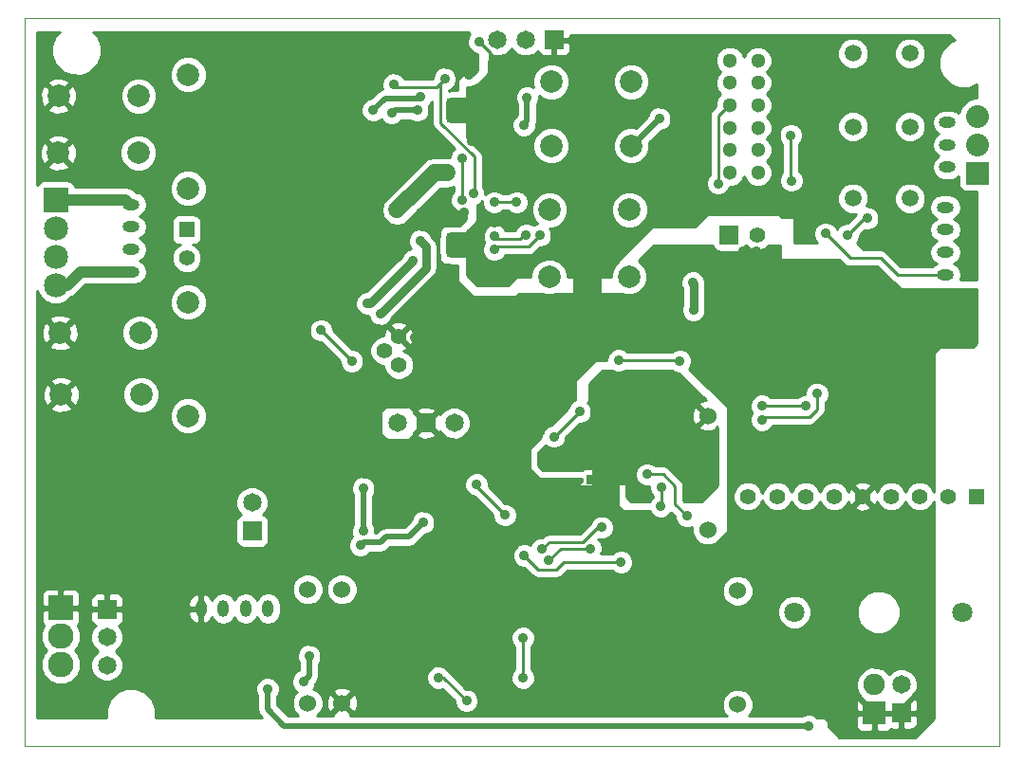
<source format=gbl>
G04 (created by PCBNEW (2013-05-31 BZR 4019)-stable) date 6/10/2014 4:10:54 PM*
%MOIN*%
G04 Gerber Fmt 3.4, Leading zero omitted, Abs format*
%FSLAX34Y34*%
G01*
G70*
G90*
G04 APERTURE LIST*
%ADD10C,0.00590551*%
%ADD11C,0.0001*%
%ADD12R,0.055X0.055*%
%ADD13C,0.055*%
%ADD14R,0.1X0.1*%
%ADD15R,0.085X0.085*%
%ADD16C,0.09*%
%ADD17R,0.0362205X0.0362205*%
%ADD18R,0.065X0.065*%
%ADD19R,0.08X0.08*%
%ADD20C,0.08*%
%ADD21C,0.065*%
%ADD22C,0.06*%
%ADD23C,0.0708661*%
%ADD24R,0.0334646X0.0334646*%
%ADD25C,0.0591*%
%ADD26R,0.137795X0.0787402*%
%ADD27R,0.141732X0.0787402*%
%ADD28O,0.0590551X0.0393701*%
%ADD29O,0.0393701X0.0590551*%
%ADD30C,0.0787*%
%ADD31C,0.0511811*%
%ADD32C,0.085*%
%ADD33C,0.075*%
%ADD34C,0.0551181*%
%ADD35C,0.035*%
%ADD36C,0.019685*%
%ADD37C,0.01*%
%ADD38C,0.0393701*%
%ADD39C,0.0295276*%
%ADD40C,0.0590551*%
G04 APERTURE END LIST*
G54D10*
G54D11*
X82000Y-47850D02*
X82000Y-22250D01*
X116250Y-47850D02*
X116250Y-47500D01*
X82000Y-47850D02*
X116250Y-47850D01*
X116250Y-22250D02*
X116250Y-47500D01*
X83250Y-22250D02*
X116250Y-22250D01*
X82000Y-22250D02*
X83250Y-22250D01*
G54D12*
X115440Y-39080D03*
G54D13*
X114440Y-39080D03*
X113440Y-39080D03*
X112440Y-39080D03*
X111440Y-39080D03*
X110440Y-39080D03*
X109440Y-39080D03*
X108440Y-39080D03*
X107412Y-39080D03*
G54D14*
X101780Y-32180D03*
X101780Y-31180D03*
G54D15*
X83275Y-43000D03*
G54D16*
X83275Y-44000D03*
X83275Y-45000D03*
G54D17*
X97501Y-25751D03*
X96998Y-25751D03*
X96998Y-25248D03*
X97501Y-25248D03*
G54D18*
X106750Y-29900D03*
G54D13*
X107750Y-29900D03*
G54D12*
X87700Y-29700D03*
G54D13*
X87700Y-30700D03*
G54D19*
X115475Y-27720D03*
G54D20*
X115475Y-26720D03*
X115475Y-25720D03*
G54D18*
X100606Y-23031D03*
G54D21*
X99606Y-23031D03*
X98606Y-23031D03*
G54D18*
X84900Y-43048D03*
G54D21*
X84900Y-44032D03*
X84900Y-45017D03*
G54D22*
X107050Y-46400D03*
X107050Y-42400D03*
G54D17*
X97501Y-30501D03*
X96998Y-30501D03*
X97501Y-29998D03*
X96998Y-29998D03*
G54D23*
X114952Y-43150D03*
X109047Y-43150D03*
G54D24*
X102413Y-39011D03*
X101909Y-39011D03*
X102413Y-38507D03*
X101909Y-38507D03*
G54D25*
X113100Y-28600D03*
X111100Y-28600D03*
X113100Y-23500D03*
X111100Y-23500D03*
G54D26*
X102593Y-38300D03*
G54D27*
X102200Y-39087D03*
G54D28*
X85750Y-29606D03*
X85750Y-30393D03*
X85750Y-31181D03*
X85750Y-28818D03*
G54D21*
X112800Y-45700D03*
G54D18*
X112800Y-46700D03*
X90000Y-40300D03*
G54D21*
X90000Y-39300D03*
G54D29*
X88981Y-43025D03*
X89768Y-43025D03*
X90556Y-43025D03*
X88193Y-43025D03*
G54D21*
X95100Y-36500D03*
G54D18*
X96100Y-36500D03*
G54D21*
X97100Y-36500D03*
G54D22*
X93150Y-42350D03*
X93150Y-46350D03*
X106000Y-40250D03*
X106000Y-36250D03*
X91950Y-46350D03*
X91950Y-42350D03*
G54D28*
X114425Y-26713D03*
X114425Y-25926D03*
X114425Y-27501D03*
G54D30*
X87750Y-36250D03*
X87750Y-32250D03*
X87750Y-28250D03*
X87750Y-24250D03*
G54D31*
X106777Y-23751D03*
X106777Y-24538D03*
X106777Y-25326D03*
X106777Y-26113D03*
X106777Y-26901D03*
X106777Y-27688D03*
X107762Y-27688D03*
X107762Y-26901D03*
X107762Y-26113D03*
X107762Y-25326D03*
X107762Y-24538D03*
X107762Y-23751D03*
G54D30*
X100500Y-26750D03*
X103311Y-26750D03*
X100500Y-24500D03*
X103311Y-24500D03*
X103240Y-31360D03*
X100428Y-31360D03*
X103250Y-29000D03*
X100438Y-29000D03*
X86100Y-35500D03*
X83288Y-35500D03*
X83250Y-33325D03*
X86061Y-33325D03*
X83200Y-25000D03*
X86011Y-25000D03*
X86000Y-27000D03*
X83188Y-27000D03*
G54D25*
X113100Y-26075D03*
X111100Y-26075D03*
G54D15*
X83100Y-28650D03*
G54D32*
X83100Y-29650D03*
X83100Y-30650D03*
X83100Y-31650D03*
G54D33*
X111850Y-45700D03*
G54D19*
X111850Y-46700D03*
G54D28*
X114340Y-30493D03*
X114340Y-29706D03*
X114340Y-28918D03*
X114340Y-31281D03*
G54D34*
X95150Y-34460D03*
X94650Y-33960D03*
X95150Y-33460D03*
G54D35*
X96660Y-35120D03*
X96020Y-35120D03*
X95700Y-33900D03*
X110950Y-44700D03*
X110450Y-44800D03*
X111400Y-44800D03*
X110200Y-45150D03*
X107275Y-39850D03*
X107300Y-40300D03*
X107275Y-40725D03*
X107275Y-41250D03*
X100600Y-33500D03*
X100800Y-33900D03*
X97100Y-38000D03*
X97100Y-37400D03*
X95900Y-38400D03*
X95900Y-37500D03*
X100900Y-39080D03*
X107700Y-33550D03*
X107700Y-34000D03*
X97598Y-24271D03*
X97425Y-23950D03*
X97795Y-23877D03*
X97450Y-29100D03*
X97400Y-32100D03*
X96950Y-31450D03*
X107250Y-30450D03*
X107700Y-30450D03*
X106120Y-32360D03*
X106260Y-31240D03*
X106260Y-30640D03*
X94635Y-28565D03*
X94125Y-28060D03*
X99400Y-39560D03*
X99420Y-39120D03*
X102760Y-42760D03*
X102738Y-43761D03*
X102760Y-43280D03*
X103200Y-43020D03*
X103800Y-43020D03*
X104400Y-43020D03*
X104980Y-43020D03*
X92560Y-41820D03*
X91280Y-41860D03*
X93240Y-40580D03*
X92680Y-40580D03*
X91700Y-40580D03*
X91140Y-40580D03*
X95180Y-27020D03*
X94720Y-27000D03*
X115200Y-32020D03*
X114620Y-32020D03*
X112480Y-31920D03*
X111960Y-31920D03*
X108120Y-32560D03*
X108600Y-32060D03*
X107500Y-32120D03*
X107520Y-32620D03*
X95700Y-33500D03*
X95700Y-33100D03*
X96880Y-26900D03*
X104220Y-30500D03*
X104720Y-30500D03*
X114150Y-32000D03*
X96535Y-45452D03*
X97527Y-46267D03*
X99559Y-41157D03*
X102956Y-41397D03*
X104350Y-39425D03*
X104362Y-38748D03*
X97975Y-23100D03*
X99400Y-26800D03*
X103913Y-37094D03*
X103913Y-36547D03*
X105307Y-38381D03*
X97942Y-31397D03*
X98356Y-31269D03*
X101100Y-37900D03*
X100600Y-37700D03*
X99960Y-27480D03*
X99960Y-27920D03*
X102800Y-35440D03*
X97700Y-26600D03*
X99000Y-25050D03*
X98550Y-25050D03*
X98525Y-29450D03*
X98000Y-29450D03*
X98100Y-26300D03*
X105350Y-38875D03*
X102800Y-35000D03*
X104300Y-35600D03*
X99500Y-31100D03*
X99291Y-28740D03*
X98503Y-28740D03*
X109437Y-35901D03*
X107905Y-35897D03*
X111600Y-29300D03*
X110920Y-29880D03*
X99625Y-29875D03*
X98525Y-29925D03*
X100100Y-29900D03*
X98500Y-30400D03*
X105019Y-34318D03*
X102870Y-34299D03*
X94900Y-25600D03*
X95800Y-25500D03*
X94500Y-32650D03*
X95900Y-30100D03*
X94050Y-32300D03*
X95650Y-30800D03*
X97380Y-27180D03*
X97380Y-28660D03*
X96000Y-40000D03*
X93800Y-40800D03*
X100600Y-36980D03*
X101500Y-36100D03*
X90535Y-45854D03*
X103874Y-38303D03*
X105267Y-39763D03*
X109550Y-47150D03*
X94250Y-25500D03*
X95925Y-25025D03*
X104300Y-25800D03*
X106360Y-28080D03*
X110140Y-29840D03*
X107905Y-36385D03*
X109842Y-35468D03*
X94980Y-24600D03*
X92420Y-33240D03*
X93500Y-34320D03*
X96760Y-24400D03*
X97760Y-28420D03*
X99655Y-25049D03*
X99537Y-26023D03*
X108920Y-26380D03*
X108940Y-27980D03*
X100420Y-41320D03*
X101875Y-40910D03*
X102283Y-40167D03*
X100187Y-40935D03*
X99517Y-44055D03*
X99517Y-45462D03*
X97881Y-38661D03*
X98881Y-39740D03*
X91800Y-45600D03*
X93900Y-38800D03*
X93900Y-40300D03*
X92000Y-44700D03*
X95085Y-29005D03*
X95500Y-28600D03*
X96800Y-27700D03*
X105500Y-32520D03*
X105480Y-31560D03*
G54D36*
X111850Y-46700D02*
X111100Y-45950D01*
G54D37*
X96020Y-35120D02*
X96660Y-35120D01*
G54D36*
X112800Y-46700D02*
X112800Y-46575D01*
X112800Y-46575D02*
X113425Y-45950D01*
X110950Y-44800D02*
X110450Y-44800D01*
X110950Y-44800D02*
X111400Y-44800D01*
X107275Y-40275D02*
X107275Y-39850D01*
X107300Y-40300D02*
X107275Y-40275D01*
X107275Y-41250D02*
X107275Y-40725D01*
G54D37*
X100600Y-33700D02*
X100600Y-33500D01*
X100800Y-33900D02*
X100600Y-33700D01*
X97100Y-37400D02*
X97100Y-38000D01*
X95900Y-37500D02*
X95900Y-38400D01*
X97598Y-24271D02*
X97598Y-24074D01*
X97598Y-24074D02*
X97795Y-23877D01*
G54D36*
X97775Y-23897D02*
X97425Y-23950D01*
X97795Y-23877D02*
X97775Y-23897D01*
G54D37*
X97400Y-31900D02*
X97400Y-32100D01*
X96950Y-31450D02*
X97400Y-31900D01*
X107700Y-30450D02*
X107250Y-30450D01*
X106260Y-30640D02*
X106260Y-31240D01*
X94630Y-28565D02*
X94635Y-28565D01*
X94125Y-28060D02*
X94630Y-28565D01*
X99400Y-39140D02*
X99400Y-39560D01*
X99420Y-39120D02*
X99400Y-39140D01*
X102760Y-43740D02*
X102760Y-43280D01*
X102760Y-43740D02*
X102738Y-43761D01*
X103800Y-43020D02*
X103200Y-43020D01*
X104980Y-43020D02*
X104400Y-43020D01*
X91340Y-41920D02*
X91340Y-41940D01*
X91280Y-41860D02*
X91340Y-41920D01*
X92680Y-40580D02*
X93240Y-40580D01*
X91140Y-40580D02*
X91700Y-40580D01*
X94740Y-27020D02*
X95180Y-27020D01*
X94720Y-27000D02*
X94740Y-27020D01*
X115200Y-32020D02*
X114620Y-32020D01*
X111960Y-31920D02*
X112480Y-31920D01*
X108120Y-32540D02*
X108120Y-32560D01*
X108600Y-32060D02*
X108120Y-32540D01*
X107500Y-32120D02*
X107520Y-32140D01*
X107520Y-32140D02*
X107520Y-32620D01*
X95700Y-33100D02*
X95700Y-33500D01*
X104720Y-30500D02*
X104220Y-30500D01*
X96712Y-45452D02*
X96535Y-45452D01*
X97527Y-46267D02*
X96712Y-45452D01*
X99559Y-41157D02*
X100043Y-41641D01*
X100043Y-41641D02*
X100692Y-41641D01*
X100692Y-41641D02*
X100937Y-41397D01*
X100937Y-41397D02*
X102956Y-41397D01*
X104350Y-39425D02*
X104362Y-39413D01*
X104362Y-39413D02*
X104362Y-38748D01*
X98375Y-23500D02*
X98375Y-23650D01*
X97975Y-23100D02*
X98375Y-23500D01*
X103913Y-36547D02*
X103913Y-37094D01*
X98228Y-31397D02*
X97942Y-31397D01*
X98356Y-31269D02*
X98228Y-31397D01*
G54D36*
X97501Y-25751D02*
X97501Y-25651D01*
X97222Y-25472D02*
X96998Y-25248D01*
X97322Y-25472D02*
X97222Y-25472D01*
X97501Y-25651D02*
X97322Y-25472D01*
X97501Y-30501D02*
X96998Y-29998D01*
G54D37*
X100900Y-37900D02*
X101100Y-37900D01*
X100600Y-37700D02*
X100900Y-37900D01*
G54D38*
X96998Y-30501D02*
X96998Y-29998D01*
X96998Y-29998D02*
X97501Y-29998D01*
X97501Y-29998D02*
X97501Y-30501D01*
X97501Y-30501D02*
X96998Y-30501D01*
X96998Y-25248D02*
X96998Y-25751D01*
X96998Y-25248D02*
X97501Y-25248D01*
X96998Y-25751D02*
X97501Y-25751D01*
G54D36*
X97501Y-29998D02*
X96998Y-29998D01*
X97501Y-30501D02*
X97501Y-29998D01*
X96998Y-30501D02*
X97501Y-30501D01*
X97501Y-25751D02*
X97501Y-25248D01*
G54D37*
X99960Y-27480D02*
X99960Y-27920D01*
X102800Y-35440D02*
X102800Y-35460D01*
X98000Y-29450D02*
X98525Y-29450D01*
X104300Y-35600D02*
X103400Y-35600D01*
X103400Y-35600D02*
X102800Y-35000D01*
X104300Y-35600D02*
X105350Y-35600D01*
X105350Y-35600D02*
X106000Y-36250D01*
X98503Y-28740D02*
X99291Y-28740D01*
G54D38*
X83100Y-31650D02*
X83500Y-31650D01*
X84218Y-31181D02*
X85750Y-31181D01*
X83968Y-31181D02*
X84218Y-31181D01*
X83500Y-31650D02*
X83968Y-31181D01*
X83425Y-31650D02*
X83100Y-31650D01*
G54D37*
X107909Y-35901D02*
X109437Y-35901D01*
X107905Y-35897D02*
X107909Y-35901D01*
X111500Y-29300D02*
X111600Y-29300D01*
X110920Y-29880D02*
X111500Y-29300D01*
X99550Y-29875D02*
X99625Y-29875D01*
X99400Y-30025D02*
X99550Y-29875D01*
X98625Y-30025D02*
X99400Y-30025D01*
X98525Y-29925D02*
X98625Y-30025D01*
X99700Y-30300D02*
X100100Y-29900D01*
X98600Y-30300D02*
X99700Y-30300D01*
X98500Y-30400D02*
X98600Y-30300D01*
X105019Y-34318D02*
X105000Y-34299D01*
X105000Y-34299D02*
X102870Y-34299D01*
G54D36*
X95000Y-25500D02*
X94900Y-25600D01*
X95800Y-25500D02*
X95000Y-25500D01*
G54D39*
X94500Y-32650D02*
X96100Y-31050D01*
X96100Y-31050D02*
X96100Y-30300D01*
X96100Y-30300D02*
X95900Y-30100D01*
X94150Y-32300D02*
X94050Y-32300D01*
X95650Y-30800D02*
X94150Y-32300D01*
G54D37*
X97380Y-28320D02*
X97380Y-27180D01*
X97380Y-28660D02*
X97380Y-28320D01*
G54D36*
X95500Y-40500D02*
X96000Y-40000D01*
X94700Y-40500D02*
X95500Y-40500D01*
X94500Y-40700D02*
X94700Y-40500D01*
X93900Y-40700D02*
X94500Y-40700D01*
X93800Y-40800D02*
X93900Y-40700D01*
G54D37*
X101500Y-36100D02*
X100620Y-36980D01*
X100620Y-36980D02*
X100600Y-36980D01*
G54D36*
X90535Y-45850D02*
X90535Y-45854D01*
X90535Y-45850D02*
X90535Y-46555D01*
X91125Y-47145D02*
X107600Y-47145D01*
X90535Y-46555D02*
X91125Y-47145D01*
G54D37*
X104433Y-38303D02*
X103874Y-38303D01*
X104854Y-38724D02*
X104433Y-38303D01*
X104854Y-39350D02*
X104854Y-38724D01*
X105267Y-39763D02*
X104854Y-39350D01*
G54D36*
X109545Y-47145D02*
X107600Y-47145D01*
X109550Y-47150D02*
X109545Y-47145D01*
X107600Y-47145D02*
X107645Y-47145D01*
X94675Y-25075D02*
X94250Y-25500D01*
X95875Y-25075D02*
X94675Y-25075D01*
X95925Y-25025D02*
X95875Y-25075D01*
X103350Y-26750D02*
X103311Y-26750D01*
X104300Y-25800D02*
X103350Y-26750D01*
G54D37*
X106733Y-25326D02*
X106777Y-25326D01*
X106733Y-25326D02*
X106360Y-25700D01*
X106360Y-25700D02*
X106360Y-28080D01*
X112661Y-31281D02*
X114340Y-31281D01*
X112080Y-30700D02*
X112661Y-31281D01*
X111000Y-30700D02*
X112080Y-30700D01*
X110140Y-29840D02*
X111000Y-30700D01*
X107905Y-36385D02*
X108007Y-36283D01*
X108007Y-36283D02*
X109574Y-36283D01*
X109574Y-36283D02*
X109842Y-36015D01*
X109842Y-36015D02*
X109842Y-35468D01*
X96480Y-24680D02*
X95060Y-24680D01*
X95060Y-24680D02*
X94980Y-24600D01*
X92420Y-33240D02*
X93500Y-34320D01*
X96480Y-24680D02*
X96760Y-24400D01*
X96620Y-24540D02*
X96760Y-24400D01*
X96620Y-25960D02*
X96620Y-24540D01*
X97800Y-27140D02*
X96620Y-25960D01*
X97800Y-28380D02*
X97800Y-27140D01*
X97760Y-28420D02*
X97800Y-28380D01*
G54D36*
X99655Y-25905D02*
X99655Y-25049D01*
X99537Y-26023D02*
X99655Y-25905D01*
G54D37*
X108920Y-27960D02*
X108920Y-26380D01*
X108940Y-27980D02*
X108920Y-27960D01*
X101875Y-40910D02*
X100830Y-40910D01*
X100830Y-40910D02*
X100420Y-41320D01*
X102145Y-40167D02*
X102283Y-40167D01*
X101624Y-40688D02*
X102145Y-40167D01*
X100433Y-40688D02*
X101624Y-40688D01*
X100187Y-40935D02*
X100433Y-40688D01*
X99517Y-45462D02*
X99517Y-44055D01*
X97881Y-38740D02*
X97881Y-38661D01*
X98881Y-39740D02*
X97881Y-38740D01*
G54D36*
X91800Y-45600D02*
X92000Y-45400D01*
X92000Y-45400D02*
X92000Y-44700D01*
X93900Y-40300D02*
X93900Y-38800D01*
G54D40*
X95500Y-28600D02*
X95490Y-28600D01*
X95490Y-28600D02*
X95085Y-29005D01*
G54D37*
X95085Y-29005D02*
X95490Y-28600D01*
G54D40*
X96400Y-27700D02*
X96855Y-27700D01*
X95500Y-28600D02*
X96400Y-27700D01*
X96500Y-27700D02*
X96855Y-27700D01*
G54D38*
X96500Y-27700D02*
X96800Y-27700D01*
G54D40*
X96855Y-27700D02*
X96800Y-27700D01*
G54D38*
X85750Y-28818D02*
X85718Y-28818D01*
X85550Y-28650D02*
X83100Y-28650D01*
X85718Y-28818D02*
X85550Y-28650D01*
G54D39*
X105500Y-31580D02*
X105500Y-32520D01*
X105480Y-31560D02*
X105500Y-31580D01*
G54D10*
G36*
X106350Y-38679D02*
X106315Y-38714D01*
X105779Y-39250D01*
X105178Y-39250D01*
X105154Y-39226D01*
X105154Y-38724D01*
X105131Y-38609D01*
X105066Y-38512D01*
X105066Y-38512D01*
X104645Y-38091D01*
X104547Y-38025D01*
X104433Y-38003D01*
X104175Y-38003D01*
X104115Y-37943D01*
X103958Y-37878D01*
X103789Y-37878D01*
X103633Y-37942D01*
X103513Y-38062D01*
X103449Y-38218D01*
X103448Y-38387D01*
X103513Y-38543D01*
X103632Y-38663D01*
X103789Y-38728D01*
X103937Y-38728D01*
X103937Y-38832D01*
X104001Y-38988D01*
X104062Y-39049D01*
X104062Y-39112D01*
X103990Y-39184D01*
X103962Y-39250D01*
X103320Y-39250D01*
X103158Y-39087D01*
X103158Y-38644D01*
X103120Y-38552D01*
X103050Y-38481D01*
X102958Y-38443D01*
X102859Y-38443D01*
X102830Y-38443D01*
X102830Y-38291D01*
X102792Y-38199D01*
X102722Y-38128D01*
X102630Y-38090D01*
X102531Y-38090D01*
X102196Y-38090D01*
X102171Y-38100D01*
X102100Y-38029D01*
X102038Y-38090D01*
X102027Y-38090D01*
X101692Y-38090D01*
X101600Y-38128D01*
X101579Y-38150D01*
X100220Y-38150D01*
X100050Y-37979D01*
X100050Y-37520D01*
X100294Y-37275D01*
X100358Y-37340D01*
X100515Y-37404D01*
X100684Y-37405D01*
X100840Y-37340D01*
X100960Y-37221D01*
X101024Y-37064D01*
X101024Y-36999D01*
X101499Y-36524D01*
X101584Y-36525D01*
X101740Y-36460D01*
X101860Y-36341D01*
X101924Y-36184D01*
X101925Y-36015D01*
X101860Y-35859D01*
X101785Y-35784D01*
X101850Y-35720D01*
X101850Y-35120D01*
X102320Y-34650D01*
X102619Y-34650D01*
X102629Y-34659D01*
X102785Y-34724D01*
X102954Y-34724D01*
X103110Y-34659D01*
X103120Y-34650D01*
X104749Y-34650D01*
X104778Y-34678D01*
X104934Y-34743D01*
X104973Y-34743D01*
X105932Y-35702D01*
X105863Y-35706D01*
X105712Y-35768D01*
X105684Y-35864D01*
X106000Y-36179D01*
X106005Y-36173D01*
X106076Y-36244D01*
X106070Y-36250D01*
X106076Y-36255D01*
X106005Y-36326D01*
X106000Y-36320D01*
X105929Y-36391D01*
X105929Y-36250D01*
X105614Y-35934D01*
X105518Y-35962D01*
X105445Y-36168D01*
X105456Y-36386D01*
X105518Y-36537D01*
X105614Y-36565D01*
X105929Y-36250D01*
X105929Y-36391D01*
X105684Y-36635D01*
X105712Y-36731D01*
X105918Y-36804D01*
X106136Y-36793D01*
X106287Y-36731D01*
X106315Y-36635D01*
X106315Y-36635D01*
X106350Y-36670D01*
X106350Y-38679D01*
X106350Y-38679D01*
G37*
G54D37*
X106350Y-38679D02*
X106315Y-38714D01*
X105779Y-39250D01*
X105178Y-39250D01*
X105154Y-39226D01*
X105154Y-38724D01*
X105131Y-38609D01*
X105066Y-38512D01*
X105066Y-38512D01*
X104645Y-38091D01*
X104547Y-38025D01*
X104433Y-38003D01*
X104175Y-38003D01*
X104115Y-37943D01*
X103958Y-37878D01*
X103789Y-37878D01*
X103633Y-37942D01*
X103513Y-38062D01*
X103449Y-38218D01*
X103448Y-38387D01*
X103513Y-38543D01*
X103632Y-38663D01*
X103789Y-38728D01*
X103937Y-38728D01*
X103937Y-38832D01*
X104001Y-38988D01*
X104062Y-39049D01*
X104062Y-39112D01*
X103990Y-39184D01*
X103962Y-39250D01*
X103320Y-39250D01*
X103158Y-39087D01*
X103158Y-38644D01*
X103120Y-38552D01*
X103050Y-38481D01*
X102958Y-38443D01*
X102859Y-38443D01*
X102830Y-38443D01*
X102830Y-38291D01*
X102792Y-38199D01*
X102722Y-38128D01*
X102630Y-38090D01*
X102531Y-38090D01*
X102196Y-38090D01*
X102171Y-38100D01*
X102100Y-38029D01*
X102038Y-38090D01*
X102027Y-38090D01*
X101692Y-38090D01*
X101600Y-38128D01*
X101579Y-38150D01*
X100220Y-38150D01*
X100050Y-37979D01*
X100050Y-37520D01*
X100294Y-37275D01*
X100358Y-37340D01*
X100515Y-37404D01*
X100684Y-37405D01*
X100840Y-37340D01*
X100960Y-37221D01*
X101024Y-37064D01*
X101024Y-36999D01*
X101499Y-36524D01*
X101584Y-36525D01*
X101740Y-36460D01*
X101860Y-36341D01*
X101924Y-36184D01*
X101925Y-36015D01*
X101860Y-35859D01*
X101785Y-35784D01*
X101850Y-35720D01*
X101850Y-35120D01*
X102320Y-34650D01*
X102619Y-34650D01*
X102629Y-34659D01*
X102785Y-34724D01*
X102954Y-34724D01*
X103110Y-34659D01*
X103120Y-34650D01*
X104749Y-34650D01*
X104778Y-34678D01*
X104934Y-34743D01*
X104973Y-34743D01*
X105932Y-35702D01*
X105863Y-35706D01*
X105712Y-35768D01*
X105684Y-35864D01*
X106000Y-36179D01*
X106005Y-36173D01*
X106076Y-36244D01*
X106070Y-36250D01*
X106076Y-36255D01*
X106005Y-36326D01*
X106000Y-36320D01*
X105929Y-36391D01*
X105929Y-36250D01*
X105614Y-35934D01*
X105518Y-35962D01*
X105445Y-36168D01*
X105456Y-36386D01*
X105518Y-36537D01*
X105614Y-36565D01*
X105929Y-36250D01*
X105929Y-36391D01*
X105684Y-36635D01*
X105712Y-36731D01*
X105918Y-36804D01*
X106136Y-36793D01*
X106287Y-36731D01*
X106315Y-36635D01*
X106315Y-36635D01*
X106350Y-36670D01*
X106350Y-38679D01*
G54D10*
G36*
X115450Y-33679D02*
X115321Y-33808D01*
X114152Y-33808D01*
X113950Y-34010D01*
X113950Y-38891D01*
X113939Y-38915D01*
X113885Y-38783D01*
X113737Y-38635D01*
X113544Y-38555D01*
X113336Y-38554D01*
X113143Y-38634D01*
X112995Y-38782D01*
X112939Y-38915D01*
X112885Y-38783D01*
X112737Y-38635D01*
X112544Y-38555D01*
X112336Y-38554D01*
X112143Y-38634D01*
X111995Y-38782D01*
X111942Y-38908D01*
X111900Y-38807D01*
X111807Y-38782D01*
X111737Y-38853D01*
X111737Y-38712D01*
X111712Y-38619D01*
X111515Y-38550D01*
X111307Y-38561D01*
X111167Y-38619D01*
X111142Y-38712D01*
X111440Y-39009D01*
X111737Y-38712D01*
X111737Y-38853D01*
X111510Y-39080D01*
X111807Y-39377D01*
X111900Y-39352D01*
X111939Y-39242D01*
X111994Y-39377D01*
X112142Y-39524D01*
X112335Y-39604D01*
X112543Y-39605D01*
X112737Y-39525D01*
X112884Y-39377D01*
X112940Y-39244D01*
X112994Y-39377D01*
X113142Y-39524D01*
X113335Y-39604D01*
X113543Y-39605D01*
X113737Y-39525D01*
X113884Y-39377D01*
X113940Y-39244D01*
X113950Y-39268D01*
X113950Y-46879D01*
X113464Y-47364D01*
X113375Y-47454D01*
X113375Y-45586D01*
X113287Y-45374D01*
X113126Y-45212D01*
X112914Y-45125D01*
X112761Y-45124D01*
X112761Y-42999D01*
X112646Y-42719D01*
X112432Y-42504D01*
X112152Y-42388D01*
X111849Y-42388D01*
X111737Y-42434D01*
X111737Y-39447D01*
X111440Y-39150D01*
X111369Y-39221D01*
X111369Y-39080D01*
X111072Y-38782D01*
X110979Y-38807D01*
X110940Y-38917D01*
X110885Y-38783D01*
X110737Y-38635D01*
X110544Y-38555D01*
X110336Y-38554D01*
X110267Y-38583D01*
X110267Y-35384D01*
X110203Y-35228D01*
X110083Y-35108D01*
X109927Y-35043D01*
X109758Y-35043D01*
X109602Y-35107D01*
X109482Y-35227D01*
X109417Y-35383D01*
X109417Y-35476D01*
X109352Y-35476D01*
X109196Y-35541D01*
X109135Y-35601D01*
X108210Y-35601D01*
X108146Y-35537D01*
X107990Y-35472D01*
X107821Y-35472D01*
X107665Y-35537D01*
X107545Y-35656D01*
X107480Y-35812D01*
X107480Y-35981D01*
X107545Y-36138D01*
X107548Y-36141D01*
X107545Y-36144D01*
X107480Y-36300D01*
X107480Y-36469D01*
X107545Y-36626D01*
X107664Y-36745D01*
X107820Y-36810D01*
X107989Y-36810D01*
X108145Y-36746D01*
X108265Y-36626D01*
X108283Y-36583D01*
X109574Y-36583D01*
X109574Y-36583D01*
X109689Y-36560D01*
X109689Y-36560D01*
X109786Y-36495D01*
X110054Y-36227D01*
X110054Y-36227D01*
X110119Y-36130D01*
X110142Y-36015D01*
X110142Y-36015D01*
X110142Y-35769D01*
X110202Y-35709D01*
X110267Y-35553D01*
X110267Y-35384D01*
X110267Y-38583D01*
X110143Y-38634D01*
X109995Y-38782D01*
X109939Y-38915D01*
X109885Y-38783D01*
X109737Y-38635D01*
X109544Y-38555D01*
X109336Y-38554D01*
X109143Y-38634D01*
X108995Y-38782D01*
X108939Y-38915D01*
X108885Y-38783D01*
X108737Y-38635D01*
X108544Y-38555D01*
X108336Y-38554D01*
X108143Y-38634D01*
X107995Y-38782D01*
X107926Y-38948D01*
X107857Y-38783D01*
X107710Y-38635D01*
X107517Y-38555D01*
X107308Y-38554D01*
X107115Y-38634D01*
X106967Y-38782D01*
X106887Y-38975D01*
X106887Y-39183D01*
X106967Y-39377D01*
X107114Y-39524D01*
X107307Y-39604D01*
X107516Y-39605D01*
X107709Y-39525D01*
X107857Y-39377D01*
X107926Y-39211D01*
X107994Y-39377D01*
X108142Y-39524D01*
X108335Y-39604D01*
X108543Y-39605D01*
X108737Y-39525D01*
X108884Y-39377D01*
X108940Y-39244D01*
X108994Y-39377D01*
X109142Y-39524D01*
X109335Y-39604D01*
X109543Y-39605D01*
X109737Y-39525D01*
X109884Y-39377D01*
X109940Y-39244D01*
X109994Y-39377D01*
X110142Y-39524D01*
X110335Y-39604D01*
X110543Y-39605D01*
X110737Y-39525D01*
X110884Y-39377D01*
X110937Y-39251D01*
X110979Y-39352D01*
X111072Y-39377D01*
X111369Y-39080D01*
X111369Y-39221D01*
X111142Y-39447D01*
X111167Y-39540D01*
X111364Y-39609D01*
X111572Y-39598D01*
X111712Y-39540D01*
X111737Y-39447D01*
X111737Y-42434D01*
X111569Y-42503D01*
X111354Y-42717D01*
X111238Y-42997D01*
X111238Y-43300D01*
X111353Y-43580D01*
X111567Y-43795D01*
X111847Y-43911D01*
X112150Y-43911D01*
X112430Y-43796D01*
X112645Y-43582D01*
X112761Y-43302D01*
X112761Y-42999D01*
X112761Y-45124D01*
X112686Y-45124D01*
X112474Y-45212D01*
X112360Y-45326D01*
X112204Y-45170D01*
X111974Y-45075D01*
X111726Y-45074D01*
X111496Y-45169D01*
X111320Y-45345D01*
X111225Y-45575D01*
X111224Y-45823D01*
X111319Y-46053D01*
X111340Y-46074D01*
X111308Y-46088D01*
X111237Y-46158D01*
X111199Y-46250D01*
X111200Y-46587D01*
X111262Y-46650D01*
X111800Y-46650D01*
X111800Y-46642D01*
X111900Y-46642D01*
X111900Y-46650D01*
X112287Y-46650D01*
X112437Y-46650D01*
X112750Y-46650D01*
X112750Y-46642D01*
X112850Y-46642D01*
X112850Y-46650D01*
X113312Y-46650D01*
X113375Y-46587D01*
X113375Y-46325D01*
X113337Y-46233D01*
X113266Y-46163D01*
X113184Y-46128D01*
X113287Y-46026D01*
X113374Y-45814D01*
X113375Y-45586D01*
X113375Y-47454D01*
X113375Y-47454D01*
X113375Y-47074D01*
X113375Y-46812D01*
X113312Y-46750D01*
X112850Y-46750D01*
X112850Y-47212D01*
X112912Y-47275D01*
X113075Y-47275D01*
X113174Y-47274D01*
X113266Y-47236D01*
X113337Y-47166D01*
X113375Y-47074D01*
X113375Y-47454D01*
X113279Y-47550D01*
X112750Y-47550D01*
X112750Y-47212D01*
X112750Y-46750D01*
X112437Y-46750D01*
X112287Y-46750D01*
X111900Y-46750D01*
X111900Y-47287D01*
X111962Y-47350D01*
X112200Y-47350D01*
X112299Y-47349D01*
X112391Y-47311D01*
X112428Y-47274D01*
X112524Y-47275D01*
X112687Y-47275D01*
X112750Y-47212D01*
X112750Y-47550D01*
X111800Y-47550D01*
X111800Y-47287D01*
X111800Y-46750D01*
X111262Y-46750D01*
X111200Y-46812D01*
X111199Y-47149D01*
X111237Y-47241D01*
X111308Y-47311D01*
X111400Y-47349D01*
X111499Y-47350D01*
X111737Y-47350D01*
X111800Y-47287D01*
X111800Y-47550D01*
X110620Y-47550D01*
X110435Y-47364D01*
X110250Y-47179D01*
X110250Y-46979D01*
X110120Y-46850D01*
X109851Y-46850D01*
X109791Y-46789D01*
X109651Y-46732D01*
X109651Y-43030D01*
X109559Y-42808D01*
X109390Y-42637D01*
X109167Y-42545D01*
X108927Y-42545D01*
X108705Y-42637D01*
X108535Y-42807D01*
X108443Y-43029D01*
X108442Y-43269D01*
X108534Y-43491D01*
X108704Y-43662D01*
X108926Y-43754D01*
X109166Y-43754D01*
X109389Y-43662D01*
X109559Y-43492D01*
X109651Y-43270D01*
X109651Y-43030D01*
X109651Y-46732D01*
X109634Y-46725D01*
X109465Y-46724D01*
X109309Y-46789D01*
X109301Y-46797D01*
X107645Y-46797D01*
X107600Y-46797D01*
X107430Y-46797D01*
X107515Y-46711D01*
X107599Y-46509D01*
X107600Y-46291D01*
X107600Y-42291D01*
X107516Y-42088D01*
X107361Y-41934D01*
X107159Y-41850D01*
X106941Y-41849D01*
X106738Y-41933D01*
X106700Y-41972D01*
X106700Y-40320D01*
X106700Y-35929D01*
X105925Y-35154D01*
X105925Y-32435D01*
X105897Y-32369D01*
X105897Y-31662D01*
X105904Y-31644D01*
X105905Y-31475D01*
X105840Y-31319D01*
X105721Y-31199D01*
X105564Y-31135D01*
X105395Y-31134D01*
X105239Y-31199D01*
X105119Y-31318D01*
X105055Y-31475D01*
X105054Y-31644D01*
X105102Y-31758D01*
X105102Y-32369D01*
X105075Y-32435D01*
X105074Y-32604D01*
X105139Y-32760D01*
X105258Y-32880D01*
X105415Y-32944D01*
X105584Y-32945D01*
X105740Y-32880D01*
X105860Y-32761D01*
X105924Y-32604D01*
X105925Y-32435D01*
X105925Y-35154D01*
X105355Y-34584D01*
X105379Y-34559D01*
X105444Y-34403D01*
X105444Y-34234D01*
X105380Y-34078D01*
X105260Y-33958D01*
X105104Y-33893D01*
X104935Y-33893D01*
X104779Y-33958D01*
X104738Y-33999D01*
X103171Y-33999D01*
X103111Y-33939D01*
X102954Y-33874D01*
X102785Y-33874D01*
X102629Y-33938D01*
X102509Y-34058D01*
X102445Y-34214D01*
X102445Y-34300D01*
X102029Y-34300D01*
X101350Y-34979D01*
X101350Y-35702D01*
X101259Y-35739D01*
X101139Y-35858D01*
X101082Y-35996D01*
X100524Y-36554D01*
X100515Y-36554D01*
X100359Y-36619D01*
X100239Y-36738D01*
X100175Y-36895D01*
X100175Y-36904D01*
X100150Y-36929D01*
X100150Y-36979D01*
X99750Y-37379D01*
X99750Y-38120D01*
X100079Y-38450D01*
X101546Y-38450D01*
X101554Y-38457D01*
X101590Y-38457D01*
X101590Y-38557D01*
X101554Y-38557D01*
X101492Y-38620D01*
X101492Y-38724D01*
X101506Y-38759D01*
X101492Y-38794D01*
X101492Y-38899D01*
X101554Y-38961D01*
X101671Y-38961D01*
X101771Y-39061D01*
X101554Y-39061D01*
X101492Y-39124D01*
X101492Y-39228D01*
X101530Y-39320D01*
X101600Y-39390D01*
X101692Y-39429D01*
X101791Y-39429D01*
X101796Y-39429D01*
X101859Y-39366D01*
X101859Y-39150D01*
X101959Y-39250D01*
X101959Y-39366D01*
X102021Y-39429D01*
X102027Y-39429D01*
X102126Y-39429D01*
X102161Y-39414D01*
X102196Y-39429D01*
X102295Y-39429D01*
X102300Y-39429D01*
X102363Y-39366D01*
X102363Y-39330D01*
X102463Y-39330D01*
X102463Y-39366D01*
X102525Y-39429D01*
X102531Y-39429D01*
X102630Y-39429D01*
X102650Y-39420D01*
X102679Y-39450D01*
X102879Y-39450D01*
X103029Y-39600D01*
X103962Y-39600D01*
X103989Y-39665D01*
X104109Y-39785D01*
X104265Y-39850D01*
X104434Y-39850D01*
X104590Y-39785D01*
X104710Y-39666D01*
X104720Y-39641D01*
X104842Y-39763D01*
X104842Y-39847D01*
X104907Y-40004D01*
X105026Y-40123D01*
X105182Y-40188D01*
X105351Y-40188D01*
X105450Y-40148D01*
X105449Y-40358D01*
X105533Y-40561D01*
X105688Y-40715D01*
X105890Y-40799D01*
X106108Y-40800D01*
X106311Y-40716D01*
X106465Y-40561D01*
X106471Y-40549D01*
X106700Y-40320D01*
X106700Y-41972D01*
X106584Y-42088D01*
X106500Y-42290D01*
X106499Y-42508D01*
X106583Y-42711D01*
X106700Y-42827D01*
X106738Y-42865D01*
X106940Y-42949D01*
X107158Y-42950D01*
X107361Y-42866D01*
X107515Y-42711D01*
X107599Y-42509D01*
X107600Y-42291D01*
X107600Y-46291D01*
X107516Y-46088D01*
X107361Y-45934D01*
X107159Y-45850D01*
X106941Y-45849D01*
X106738Y-45933D01*
X106700Y-45972D01*
X106584Y-46088D01*
X106500Y-46290D01*
X106499Y-46508D01*
X106583Y-46711D01*
X106669Y-46797D01*
X103381Y-46797D01*
X103381Y-41313D01*
X103317Y-41157D01*
X103197Y-41037D01*
X103041Y-40972D01*
X102872Y-40972D01*
X102716Y-41037D01*
X102655Y-41097D01*
X102257Y-41097D01*
X102299Y-40994D01*
X102300Y-40825D01*
X102235Y-40669D01*
X102151Y-40585D01*
X102160Y-40576D01*
X102198Y-40592D01*
X102367Y-40592D01*
X102523Y-40527D01*
X102643Y-40408D01*
X102708Y-40252D01*
X102708Y-40083D01*
X102643Y-39926D01*
X102524Y-39807D01*
X102368Y-39742D01*
X102199Y-39742D01*
X102043Y-39806D01*
X101923Y-39926D01*
X101895Y-39993D01*
X101499Y-40388D01*
X100433Y-40388D01*
X100318Y-40411D01*
X100220Y-40476D01*
X100187Y-40510D01*
X100102Y-40509D01*
X99946Y-40574D01*
X99826Y-40693D01*
X99786Y-40791D01*
X99643Y-40732D01*
X99474Y-40732D01*
X99318Y-40796D01*
X99306Y-40808D01*
X99306Y-39655D01*
X99242Y-39499D01*
X99122Y-39380D01*
X98966Y-39315D01*
X98881Y-39315D01*
X98306Y-38740D01*
X98306Y-38577D01*
X98242Y-38420D01*
X98122Y-38301D01*
X97966Y-38236D01*
X97797Y-38236D01*
X97675Y-38287D01*
X97675Y-36386D01*
X97587Y-36174D01*
X97426Y-36012D01*
X97214Y-35925D01*
X96986Y-35924D01*
X96774Y-36012D01*
X96612Y-36173D01*
X96602Y-36198D01*
X96601Y-36197D01*
X96504Y-36166D01*
X96497Y-36173D01*
X96497Y-31050D01*
X96497Y-31050D01*
X96497Y-31050D01*
X96497Y-30300D01*
X96467Y-30147D01*
X96467Y-30147D01*
X96381Y-30018D01*
X96287Y-29925D01*
X96260Y-29859D01*
X96141Y-29739D01*
X95984Y-29675D01*
X95815Y-29674D01*
X95659Y-29739D01*
X95539Y-29858D01*
X95475Y-30015D01*
X95474Y-30184D01*
X95539Y-30340D01*
X95573Y-30374D01*
X95565Y-30374D01*
X95409Y-30439D01*
X95289Y-30558D01*
X95262Y-30625D01*
X94012Y-31874D01*
X93965Y-31874D01*
X93809Y-31939D01*
X93689Y-32058D01*
X93625Y-32215D01*
X93624Y-32384D01*
X93689Y-32540D01*
X93808Y-32660D01*
X93965Y-32724D01*
X94074Y-32725D01*
X94074Y-32734D01*
X94139Y-32890D01*
X94258Y-33010D01*
X94415Y-33074D01*
X94584Y-33075D01*
X94740Y-33010D01*
X94860Y-32891D01*
X94887Y-32824D01*
X96381Y-31331D01*
X96381Y-31331D01*
X96381Y-31331D01*
X96467Y-31202D01*
X96467Y-31202D01*
X96491Y-31080D01*
X96497Y-31050D01*
X96497Y-36173D01*
X96433Y-36237D01*
X96433Y-36095D01*
X96402Y-35998D01*
X96187Y-35920D01*
X95959Y-35930D01*
X95797Y-35998D01*
X95766Y-36095D01*
X96100Y-36429D01*
X96433Y-36095D01*
X96433Y-36237D01*
X96170Y-36500D01*
X96504Y-36833D01*
X96601Y-36802D01*
X96602Y-36801D01*
X96612Y-36825D01*
X96773Y-36987D01*
X96985Y-37074D01*
X97213Y-37075D01*
X97425Y-36987D01*
X97587Y-36826D01*
X97674Y-36614D01*
X97675Y-36386D01*
X97675Y-38287D01*
X97641Y-38300D01*
X97521Y-38420D01*
X97456Y-38576D01*
X97456Y-38745D01*
X97521Y-38901D01*
X97640Y-39021D01*
X97796Y-39086D01*
X97803Y-39086D01*
X98456Y-39739D01*
X98456Y-39824D01*
X98521Y-39980D01*
X98640Y-40100D01*
X98796Y-40165D01*
X98966Y-40165D01*
X99122Y-40100D01*
X99241Y-39981D01*
X99306Y-39825D01*
X99306Y-39655D01*
X99306Y-40808D01*
X99198Y-40916D01*
X99134Y-41072D01*
X99133Y-41241D01*
X99198Y-41397D01*
X99317Y-41517D01*
X99474Y-41582D01*
X99559Y-41582D01*
X99831Y-41853D01*
X99831Y-41853D01*
X99928Y-41918D01*
X100043Y-41941D01*
X100692Y-41941D01*
X100692Y-41941D01*
X100807Y-41918D01*
X100807Y-41918D01*
X100905Y-41853D01*
X101061Y-41697D01*
X102655Y-41697D01*
X102715Y-41757D01*
X102871Y-41822D01*
X103040Y-41822D01*
X103197Y-41758D01*
X103316Y-41638D01*
X103381Y-41482D01*
X103381Y-41313D01*
X103381Y-46797D01*
X99942Y-46797D01*
X99942Y-45378D01*
X99878Y-45222D01*
X99817Y-45161D01*
X99817Y-44356D01*
X99877Y-44296D01*
X99942Y-44140D01*
X99942Y-43970D01*
X99878Y-43814D01*
X99758Y-43695D01*
X99602Y-43630D01*
X99433Y-43630D01*
X99277Y-43694D01*
X99157Y-43814D01*
X99092Y-43970D01*
X99092Y-44139D01*
X99157Y-44295D01*
X99217Y-44356D01*
X99217Y-45161D01*
X99157Y-45221D01*
X99092Y-45377D01*
X99092Y-45546D01*
X99157Y-45703D01*
X99276Y-45822D01*
X99432Y-45887D01*
X99601Y-45887D01*
X99758Y-45823D01*
X99877Y-45703D01*
X99942Y-45547D01*
X99942Y-45378D01*
X99942Y-46797D01*
X97952Y-46797D01*
X97952Y-46183D01*
X97888Y-46027D01*
X97768Y-45907D01*
X97612Y-45842D01*
X97526Y-45842D01*
X96924Y-45240D01*
X96901Y-45224D01*
X96895Y-45212D01*
X96776Y-45092D01*
X96620Y-45027D01*
X96451Y-45027D01*
X96433Y-45035D01*
X96433Y-36904D01*
X96100Y-36570D01*
X96029Y-36641D01*
X96029Y-36500D01*
X95695Y-36166D01*
X95680Y-36171D01*
X95680Y-33535D01*
X95669Y-33327D01*
X95611Y-33186D01*
X95518Y-33162D01*
X95447Y-33233D01*
X95447Y-33091D01*
X95423Y-32998D01*
X95225Y-32929D01*
X95017Y-32940D01*
X94876Y-32998D01*
X94852Y-33091D01*
X95150Y-33389D01*
X95447Y-33091D01*
X95447Y-33233D01*
X95220Y-33460D01*
X95518Y-33757D01*
X95611Y-33733D01*
X95680Y-33535D01*
X95680Y-36171D01*
X95675Y-36172D01*
X95675Y-34355D01*
X95595Y-34162D01*
X95448Y-34014D01*
X95322Y-33962D01*
X95423Y-33921D01*
X95447Y-33828D01*
X95150Y-33530D01*
X95144Y-33536D01*
X95073Y-33465D01*
X95079Y-33460D01*
X94781Y-33162D01*
X94688Y-33186D01*
X94619Y-33384D01*
X94622Y-33434D01*
X94545Y-33434D01*
X94352Y-33514D01*
X94204Y-33661D01*
X94124Y-33854D01*
X94124Y-34064D01*
X94204Y-34257D01*
X94351Y-34405D01*
X94544Y-34485D01*
X94624Y-34485D01*
X94624Y-34564D01*
X94704Y-34757D01*
X94851Y-34905D01*
X95044Y-34985D01*
X95254Y-34985D01*
X95447Y-34905D01*
X95595Y-34758D01*
X95675Y-34565D01*
X95675Y-34355D01*
X95675Y-36172D01*
X95675Y-36173D01*
X95675Y-36125D01*
X95637Y-36033D01*
X95566Y-35963D01*
X95474Y-35925D01*
X95375Y-35924D01*
X94725Y-35924D01*
X94633Y-35962D01*
X94563Y-36033D01*
X94525Y-36125D01*
X94524Y-36224D01*
X94524Y-36874D01*
X94562Y-36966D01*
X94633Y-37036D01*
X94725Y-37074D01*
X94824Y-37075D01*
X95474Y-37075D01*
X95566Y-37037D01*
X95636Y-36966D01*
X95674Y-36874D01*
X95674Y-36826D01*
X95695Y-36833D01*
X96029Y-36500D01*
X96029Y-36641D01*
X95766Y-36904D01*
X95797Y-37001D01*
X96012Y-37079D01*
X96240Y-37069D01*
X96402Y-37001D01*
X96433Y-36904D01*
X96433Y-45035D01*
X96425Y-45038D01*
X96425Y-39915D01*
X96360Y-39759D01*
X96241Y-39639D01*
X96084Y-39575D01*
X95915Y-39574D01*
X95759Y-39639D01*
X95639Y-39758D01*
X95575Y-39915D01*
X95575Y-39932D01*
X95355Y-40151D01*
X94700Y-40151D01*
X94566Y-40178D01*
X94453Y-40253D01*
X94453Y-40253D01*
X94355Y-40351D01*
X94324Y-40351D01*
X94325Y-40215D01*
X94260Y-40059D01*
X94248Y-40047D01*
X94248Y-39052D01*
X94260Y-39041D01*
X94324Y-38884D01*
X94325Y-38715D01*
X94260Y-38559D01*
X94141Y-38439D01*
X93984Y-38375D01*
X93925Y-38375D01*
X93925Y-34235D01*
X93860Y-34079D01*
X93741Y-33959D01*
X93584Y-33895D01*
X93499Y-33894D01*
X92844Y-33240D01*
X92845Y-33155D01*
X92780Y-32999D01*
X92661Y-32879D01*
X92504Y-32815D01*
X92335Y-32814D01*
X92179Y-32879D01*
X92059Y-32998D01*
X91995Y-33155D01*
X91994Y-33324D01*
X92059Y-33480D01*
X92178Y-33600D01*
X92335Y-33664D01*
X92420Y-33665D01*
X93075Y-34319D01*
X93074Y-34404D01*
X93139Y-34560D01*
X93258Y-34680D01*
X93415Y-34744D01*
X93584Y-34745D01*
X93740Y-34680D01*
X93860Y-34561D01*
X93924Y-34404D01*
X93925Y-34235D01*
X93925Y-38375D01*
X93815Y-38374D01*
X93659Y-38439D01*
X93539Y-38558D01*
X93475Y-38715D01*
X93474Y-38884D01*
X93539Y-39040D01*
X93551Y-39052D01*
X93551Y-40047D01*
X93539Y-40058D01*
X93475Y-40215D01*
X93474Y-40384D01*
X93515Y-40483D01*
X93439Y-40558D01*
X93375Y-40715D01*
X93374Y-40884D01*
X93439Y-41040D01*
X93558Y-41160D01*
X93715Y-41224D01*
X93884Y-41225D01*
X94040Y-41160D01*
X94152Y-41048D01*
X94499Y-41048D01*
X94500Y-41048D01*
X94500Y-41048D01*
X94611Y-41026D01*
X94633Y-41021D01*
X94633Y-41021D01*
X94746Y-40946D01*
X94844Y-40848D01*
X95499Y-40848D01*
X95500Y-40848D01*
X95500Y-40848D01*
X95611Y-40826D01*
X95633Y-40821D01*
X95633Y-40821D01*
X95746Y-40746D01*
X96067Y-40425D01*
X96084Y-40425D01*
X96240Y-40360D01*
X96360Y-40241D01*
X96424Y-40084D01*
X96425Y-39915D01*
X96425Y-45038D01*
X96295Y-45092D01*
X96175Y-45211D01*
X96110Y-45367D01*
X96110Y-45536D01*
X96174Y-45693D01*
X96294Y-45812D01*
X96450Y-45877D01*
X96619Y-45877D01*
X96685Y-45850D01*
X97102Y-46266D01*
X97102Y-46351D01*
X97167Y-46508D01*
X97286Y-46627D01*
X97442Y-46692D01*
X97611Y-46692D01*
X97767Y-46628D01*
X97887Y-46508D01*
X97952Y-46352D01*
X97952Y-46183D01*
X97952Y-46797D01*
X93704Y-46797D01*
X93704Y-46431D01*
X93700Y-46338D01*
X93700Y-42241D01*
X93616Y-42038D01*
X93461Y-41884D01*
X93259Y-41800D01*
X93041Y-41799D01*
X92838Y-41883D01*
X92684Y-42038D01*
X92600Y-42240D01*
X92599Y-42458D01*
X92683Y-42661D01*
X92838Y-42815D01*
X93040Y-42899D01*
X93258Y-42900D01*
X93461Y-42816D01*
X93615Y-42661D01*
X93699Y-42459D01*
X93700Y-42241D01*
X93700Y-46338D01*
X93693Y-46213D01*
X93631Y-46062D01*
X93535Y-46034D01*
X93465Y-46105D01*
X93465Y-45964D01*
X93437Y-45868D01*
X93231Y-45795D01*
X93013Y-45806D01*
X92862Y-45868D01*
X92834Y-45964D01*
X93150Y-46279D01*
X93465Y-45964D01*
X93465Y-46105D01*
X93220Y-46350D01*
X93535Y-46665D01*
X93631Y-46637D01*
X93704Y-46431D01*
X93704Y-46797D01*
X93447Y-46797D01*
X93465Y-46735D01*
X93150Y-46420D01*
X93079Y-46491D01*
X93079Y-46350D01*
X92764Y-46034D01*
X92668Y-46062D01*
X92595Y-46268D01*
X92606Y-46486D01*
X92668Y-46637D01*
X92764Y-46665D01*
X93079Y-46350D01*
X93079Y-46491D01*
X92834Y-46735D01*
X92852Y-46797D01*
X92280Y-46797D01*
X92415Y-46661D01*
X92499Y-46459D01*
X92500Y-46241D01*
X92500Y-42241D01*
X92416Y-42038D01*
X92261Y-41884D01*
X92059Y-41800D01*
X91841Y-41799D01*
X91638Y-41883D01*
X91484Y-42038D01*
X91400Y-42240D01*
X91399Y-42458D01*
X91483Y-42661D01*
X91638Y-42815D01*
X91840Y-42899D01*
X92058Y-42900D01*
X92261Y-42816D01*
X92415Y-42661D01*
X92499Y-42459D01*
X92500Y-42241D01*
X92500Y-46241D01*
X92416Y-46038D01*
X92261Y-45884D01*
X92159Y-45841D01*
X92160Y-45841D01*
X92224Y-45684D01*
X92224Y-45667D01*
X92246Y-45646D01*
X92246Y-45646D01*
X92246Y-45646D01*
X92321Y-45533D01*
X92348Y-45400D01*
X92348Y-44952D01*
X92360Y-44941D01*
X92424Y-44784D01*
X92425Y-44615D01*
X92360Y-44459D01*
X92241Y-44339D01*
X92084Y-44275D01*
X91915Y-44274D01*
X91759Y-44339D01*
X91639Y-44458D01*
X91575Y-44615D01*
X91574Y-44784D01*
X91639Y-44940D01*
X91651Y-44952D01*
X91651Y-45201D01*
X91559Y-45239D01*
X91439Y-45358D01*
X91375Y-45515D01*
X91374Y-45684D01*
X91439Y-45840D01*
X91558Y-45960D01*
X91561Y-45961D01*
X91484Y-46038D01*
X91400Y-46240D01*
X91399Y-46458D01*
X91483Y-46661D01*
X91619Y-46797D01*
X91270Y-46797D01*
X91002Y-46529D01*
X91002Y-43134D01*
X91002Y-42915D01*
X90968Y-42744D01*
X90872Y-42599D01*
X90727Y-42503D01*
X90575Y-42472D01*
X90575Y-39186D01*
X90487Y-38974D01*
X90326Y-38812D01*
X90114Y-38725D01*
X89886Y-38724D01*
X89674Y-38812D01*
X89512Y-38973D01*
X89425Y-39185D01*
X89424Y-39413D01*
X89512Y-39625D01*
X89615Y-39728D01*
X89533Y-39762D01*
X89463Y-39833D01*
X89425Y-39925D01*
X89424Y-40024D01*
X89424Y-40674D01*
X89462Y-40766D01*
X89533Y-40836D01*
X89625Y-40874D01*
X89724Y-40875D01*
X90374Y-40875D01*
X90466Y-40837D01*
X90536Y-40766D01*
X90574Y-40674D01*
X90575Y-40575D01*
X90575Y-39925D01*
X90537Y-39833D01*
X90466Y-39763D01*
X90384Y-39728D01*
X90487Y-39626D01*
X90574Y-39414D01*
X90575Y-39186D01*
X90575Y-42472D01*
X90556Y-42469D01*
X90385Y-42503D01*
X90240Y-42599D01*
X90162Y-42716D01*
X90084Y-42599D01*
X89939Y-42503D01*
X89768Y-42469D01*
X89597Y-42503D01*
X89452Y-42599D01*
X89375Y-42716D01*
X89297Y-42599D01*
X89152Y-42503D01*
X88981Y-42469D01*
X88810Y-42503D01*
X88665Y-42599D01*
X88588Y-42714D01*
X88497Y-42591D01*
X88393Y-42529D01*
X88393Y-36122D01*
X88393Y-32122D01*
X88393Y-28122D01*
X88393Y-24122D01*
X88295Y-23885D01*
X88114Y-23704D01*
X87878Y-23606D01*
X87622Y-23606D01*
X87385Y-23704D01*
X87204Y-23885D01*
X87106Y-24121D01*
X87106Y-24377D01*
X87204Y-24614D01*
X87385Y-24795D01*
X87621Y-24893D01*
X87877Y-24893D01*
X88114Y-24795D01*
X88295Y-24614D01*
X88393Y-24378D01*
X88393Y-24122D01*
X88393Y-28122D01*
X88295Y-27885D01*
X88114Y-27704D01*
X87878Y-27606D01*
X87622Y-27606D01*
X87385Y-27704D01*
X87204Y-27885D01*
X87106Y-28121D01*
X87106Y-28377D01*
X87204Y-28614D01*
X87385Y-28795D01*
X87621Y-28893D01*
X87877Y-28893D01*
X88114Y-28795D01*
X88295Y-28614D01*
X88393Y-28378D01*
X88393Y-28122D01*
X88393Y-32122D01*
X88295Y-31885D01*
X88225Y-31815D01*
X88225Y-30596D01*
X88145Y-30403D01*
X87997Y-30255D01*
X87925Y-30225D01*
X88024Y-30225D01*
X88116Y-30187D01*
X88186Y-30116D01*
X88224Y-30024D01*
X88225Y-29925D01*
X88225Y-29375D01*
X88187Y-29283D01*
X88116Y-29213D01*
X88024Y-29175D01*
X87925Y-29174D01*
X87375Y-29174D01*
X87283Y-29212D01*
X87213Y-29283D01*
X87175Y-29375D01*
X87174Y-29474D01*
X87174Y-30024D01*
X87212Y-30116D01*
X87283Y-30186D01*
X87375Y-30224D01*
X87474Y-30225D01*
X87474Y-30225D01*
X87403Y-30254D01*
X87255Y-30402D01*
X87175Y-30595D01*
X87174Y-30803D01*
X87254Y-30997D01*
X87402Y-31144D01*
X87595Y-31224D01*
X87803Y-31225D01*
X87997Y-31145D01*
X88144Y-30997D01*
X88224Y-30804D01*
X88225Y-30596D01*
X88225Y-31815D01*
X88114Y-31704D01*
X87878Y-31606D01*
X87622Y-31606D01*
X87385Y-31704D01*
X87204Y-31885D01*
X87106Y-32121D01*
X87106Y-32377D01*
X87204Y-32614D01*
X87385Y-32795D01*
X87621Y-32893D01*
X87877Y-32893D01*
X88114Y-32795D01*
X88295Y-32614D01*
X88393Y-32378D01*
X88393Y-32122D01*
X88393Y-36122D01*
X88295Y-35885D01*
X88114Y-35704D01*
X87878Y-35606D01*
X87622Y-35606D01*
X87385Y-35704D01*
X87204Y-35885D01*
X87106Y-36121D01*
X87106Y-36377D01*
X87204Y-36614D01*
X87385Y-36795D01*
X87621Y-36893D01*
X87877Y-36893D01*
X88114Y-36795D01*
X88295Y-36614D01*
X88393Y-36378D01*
X88393Y-36122D01*
X88393Y-42529D01*
X88345Y-42500D01*
X88312Y-42495D01*
X88243Y-42545D01*
X88243Y-42975D01*
X88251Y-42975D01*
X88251Y-43075D01*
X88243Y-43075D01*
X88243Y-43504D01*
X88312Y-43554D01*
X88345Y-43549D01*
X88497Y-43458D01*
X88588Y-43335D01*
X88665Y-43450D01*
X88810Y-43546D01*
X88981Y-43580D01*
X89152Y-43546D01*
X89297Y-43450D01*
X89375Y-43333D01*
X89452Y-43450D01*
X89597Y-43546D01*
X89768Y-43580D01*
X89939Y-43546D01*
X90084Y-43450D01*
X90162Y-43333D01*
X90240Y-43450D01*
X90385Y-43546D01*
X90556Y-43580D01*
X90727Y-43546D01*
X90872Y-43450D01*
X90968Y-43305D01*
X91002Y-43134D01*
X91002Y-46529D01*
X90883Y-46410D01*
X90883Y-46107D01*
X90895Y-46095D01*
X90960Y-45939D01*
X90960Y-45770D01*
X90895Y-45613D01*
X90776Y-45494D01*
X90620Y-45429D01*
X90451Y-45429D01*
X90295Y-45493D01*
X90175Y-45613D01*
X90110Y-45769D01*
X90110Y-45938D01*
X90174Y-46094D01*
X90187Y-46106D01*
X90187Y-46555D01*
X90187Y-46555D01*
X90209Y-46666D01*
X90213Y-46688D01*
X90289Y-46801D01*
X90337Y-46850D01*
X88143Y-46850D01*
X88143Y-43504D01*
X88143Y-43075D01*
X88143Y-42975D01*
X88143Y-42545D01*
X88075Y-42495D01*
X88041Y-42500D01*
X87890Y-42591D01*
X87785Y-42732D01*
X87742Y-42904D01*
X87806Y-42975D01*
X88143Y-42975D01*
X88143Y-43075D01*
X87806Y-43075D01*
X87742Y-43145D01*
X87785Y-43317D01*
X87890Y-43458D01*
X88041Y-43549D01*
X88075Y-43554D01*
X88143Y-43504D01*
X88143Y-46850D01*
X86743Y-46850D01*
X86743Y-35372D01*
X86704Y-35278D01*
X86704Y-33197D01*
X86654Y-33076D01*
X86654Y-24872D01*
X86556Y-24635D01*
X86376Y-24454D01*
X86139Y-24356D01*
X85883Y-24356D01*
X85646Y-24454D01*
X85465Y-24635D01*
X85367Y-24871D01*
X85367Y-25127D01*
X85465Y-25364D01*
X85646Y-25545D01*
X85882Y-25643D01*
X86138Y-25643D01*
X86375Y-25545D01*
X86556Y-25364D01*
X86654Y-25128D01*
X86654Y-24872D01*
X86654Y-33076D01*
X86643Y-33049D01*
X86643Y-26872D01*
X86545Y-26635D01*
X86364Y-26454D01*
X86128Y-26356D01*
X85872Y-26356D01*
X85635Y-26454D01*
X85454Y-26635D01*
X85356Y-26871D01*
X85356Y-27127D01*
X85454Y-27364D01*
X85635Y-27545D01*
X85871Y-27643D01*
X86127Y-27643D01*
X86364Y-27545D01*
X86545Y-27364D01*
X86643Y-27128D01*
X86643Y-26872D01*
X86643Y-33049D01*
X86606Y-32960D01*
X86426Y-32779D01*
X86189Y-32681D01*
X85933Y-32681D01*
X85696Y-32779D01*
X85515Y-32960D01*
X85417Y-33196D01*
X85417Y-33452D01*
X85515Y-33689D01*
X85696Y-33870D01*
X85932Y-33968D01*
X86188Y-33968D01*
X86425Y-33870D01*
X86606Y-33689D01*
X86704Y-33453D01*
X86704Y-33197D01*
X86704Y-35278D01*
X86645Y-35135D01*
X86464Y-34954D01*
X86228Y-34856D01*
X85972Y-34856D01*
X85735Y-34954D01*
X85554Y-35135D01*
X85456Y-35371D01*
X85456Y-35627D01*
X85554Y-35864D01*
X85735Y-36045D01*
X85971Y-36143D01*
X86227Y-36143D01*
X86464Y-36045D01*
X86645Y-35864D01*
X86743Y-35628D01*
X86743Y-35372D01*
X86743Y-46850D01*
X86624Y-46850D01*
X86625Y-46526D01*
X86492Y-46205D01*
X86246Y-45958D01*
X85924Y-45825D01*
X85576Y-45824D01*
X85475Y-45866D01*
X85475Y-44903D01*
X85387Y-44691D01*
X85226Y-44529D01*
X85214Y-44525D01*
X85225Y-44520D01*
X85387Y-44359D01*
X85474Y-44147D01*
X85475Y-43919D01*
X85387Y-43707D01*
X85295Y-43615D01*
X85366Y-43585D01*
X85437Y-43515D01*
X85475Y-43423D01*
X85475Y-42674D01*
X85437Y-42582D01*
X85366Y-42511D01*
X85274Y-42473D01*
X85175Y-42473D01*
X85012Y-42473D01*
X84950Y-42536D01*
X84950Y-42998D01*
X85412Y-42998D01*
X85475Y-42936D01*
X85475Y-42674D01*
X85475Y-43423D01*
X85475Y-43161D01*
X85412Y-43098D01*
X84950Y-43098D01*
X84950Y-43106D01*
X84850Y-43106D01*
X84850Y-43098D01*
X84850Y-42998D01*
X84850Y-42536D01*
X84787Y-42473D01*
X84624Y-42473D01*
X84525Y-42473D01*
X84433Y-42511D01*
X84362Y-42582D01*
X84324Y-42674D01*
X84325Y-42936D01*
X84387Y-42998D01*
X84850Y-42998D01*
X84850Y-43098D01*
X84387Y-43098D01*
X84325Y-43161D01*
X84324Y-43423D01*
X84362Y-43515D01*
X84433Y-43585D01*
X84504Y-43615D01*
X84412Y-43706D01*
X84325Y-43917D01*
X84324Y-44146D01*
X84412Y-44358D01*
X84573Y-44520D01*
X84585Y-44524D01*
X84574Y-44529D01*
X84412Y-44690D01*
X84325Y-44902D01*
X84324Y-45130D01*
X84412Y-45342D01*
X84573Y-45504D01*
X84785Y-45592D01*
X85013Y-45592D01*
X85225Y-45504D01*
X85387Y-45343D01*
X85474Y-45132D01*
X85475Y-44903D01*
X85475Y-45866D01*
X85255Y-45957D01*
X85008Y-46203D01*
X84875Y-46525D01*
X84874Y-46850D01*
X83975Y-46850D01*
X83975Y-44861D01*
X83868Y-44604D01*
X83764Y-44499D01*
X83868Y-44397D01*
X83974Y-44139D01*
X83975Y-43861D01*
X83870Y-43608D01*
X83912Y-43566D01*
X83950Y-43474D01*
X83950Y-42525D01*
X83936Y-42493D01*
X83936Y-35604D01*
X83927Y-35348D01*
X83897Y-35277D01*
X83897Y-33429D01*
X83888Y-33173D01*
X83808Y-32980D01*
X83703Y-32942D01*
X83632Y-33012D01*
X83632Y-32871D01*
X83594Y-32766D01*
X83354Y-32677D01*
X83098Y-32686D01*
X82905Y-32766D01*
X82867Y-32871D01*
X83250Y-33254D01*
X83632Y-32871D01*
X83632Y-33012D01*
X83320Y-33325D01*
X83703Y-33707D01*
X83808Y-33669D01*
X83897Y-33429D01*
X83897Y-35277D01*
X83847Y-35155D01*
X83742Y-35117D01*
X83671Y-35187D01*
X83671Y-35046D01*
X83633Y-34941D01*
X83632Y-34941D01*
X83632Y-33778D01*
X83250Y-33395D01*
X83179Y-33466D01*
X83179Y-33325D01*
X82796Y-32942D01*
X82691Y-32980D01*
X82602Y-33220D01*
X82611Y-33476D01*
X82691Y-33669D01*
X82796Y-33707D01*
X83179Y-33325D01*
X83179Y-33466D01*
X82867Y-33778D01*
X82905Y-33883D01*
X83145Y-33972D01*
X83401Y-33963D01*
X83594Y-33883D01*
X83632Y-33778D01*
X83632Y-34941D01*
X83393Y-34852D01*
X83137Y-34861D01*
X82944Y-34941D01*
X82906Y-35046D01*
X83288Y-35429D01*
X83671Y-35046D01*
X83671Y-35187D01*
X83359Y-35500D01*
X83742Y-35882D01*
X83847Y-35844D01*
X83936Y-35604D01*
X83936Y-42493D01*
X83912Y-42433D01*
X83841Y-42363D01*
X83749Y-42325D01*
X83671Y-42324D01*
X83671Y-35953D01*
X83288Y-35570D01*
X83218Y-35641D01*
X83218Y-35500D01*
X82835Y-35117D01*
X82730Y-35155D01*
X82641Y-35395D01*
X82650Y-35651D01*
X82730Y-35844D01*
X82835Y-35882D01*
X83218Y-35500D01*
X83218Y-35641D01*
X82906Y-35953D01*
X82944Y-36058D01*
X83184Y-36147D01*
X83440Y-36138D01*
X83633Y-36058D01*
X83671Y-35953D01*
X83671Y-42324D01*
X83650Y-42324D01*
X83387Y-42325D01*
X83325Y-42387D01*
X83325Y-42950D01*
X83887Y-42950D01*
X83950Y-42887D01*
X83950Y-42525D01*
X83950Y-43474D01*
X83950Y-43112D01*
X83887Y-43050D01*
X83325Y-43050D01*
X83325Y-43057D01*
X83225Y-43057D01*
X83225Y-43050D01*
X83225Y-42950D01*
X83225Y-42387D01*
X83162Y-42325D01*
X82899Y-42324D01*
X82800Y-42325D01*
X82708Y-42363D01*
X82637Y-42433D01*
X82599Y-42525D01*
X82600Y-42887D01*
X82662Y-42950D01*
X83225Y-42950D01*
X83225Y-43050D01*
X82662Y-43050D01*
X82600Y-43112D01*
X82599Y-43474D01*
X82637Y-43566D01*
X82679Y-43608D01*
X82575Y-43860D01*
X82574Y-44138D01*
X82681Y-44396D01*
X82785Y-44500D01*
X82681Y-44602D01*
X82575Y-44860D01*
X82574Y-45138D01*
X82681Y-45396D01*
X82877Y-45593D01*
X83135Y-45699D01*
X83413Y-45700D01*
X83671Y-45593D01*
X83868Y-45397D01*
X83974Y-45139D01*
X83975Y-44861D01*
X83975Y-46850D01*
X82450Y-46850D01*
X82450Y-31844D01*
X82527Y-32031D01*
X82717Y-32221D01*
X82965Y-32324D01*
X83233Y-32325D01*
X83481Y-32222D01*
X83634Y-32070D01*
X83671Y-32062D01*
X83671Y-32062D01*
X83815Y-31965D01*
X84153Y-31627D01*
X84218Y-31627D01*
X85640Y-31627D01*
X85750Y-31627D01*
X85859Y-31627D01*
X86030Y-31593D01*
X86175Y-31497D01*
X86271Y-31352D01*
X86305Y-31181D01*
X86271Y-31010D01*
X86175Y-30865D01*
X86058Y-30787D01*
X86175Y-30709D01*
X86271Y-30564D01*
X86305Y-30393D01*
X86271Y-30222D01*
X86175Y-30077D01*
X86058Y-30000D01*
X86175Y-29922D01*
X86271Y-29777D01*
X86305Y-29606D01*
X86271Y-29435D01*
X86175Y-29290D01*
X86058Y-29212D01*
X86175Y-29134D01*
X86271Y-28989D01*
X86305Y-28818D01*
X86271Y-28647D01*
X86175Y-28502D01*
X86030Y-28406D01*
X85915Y-28383D01*
X85865Y-28334D01*
X85721Y-28237D01*
X85550Y-28203D01*
X83847Y-28203D01*
X83847Y-25104D01*
X83838Y-24848D01*
X83758Y-24655D01*
X83653Y-24617D01*
X83582Y-24687D01*
X83582Y-24546D01*
X83544Y-24441D01*
X83304Y-24352D01*
X83048Y-24361D01*
X82855Y-24441D01*
X82817Y-24546D01*
X83200Y-24929D01*
X83582Y-24546D01*
X83582Y-24687D01*
X83270Y-25000D01*
X83653Y-25382D01*
X83758Y-25344D01*
X83847Y-25104D01*
X83847Y-28203D01*
X83836Y-28203D01*
X83836Y-27104D01*
X83827Y-26848D01*
X83747Y-26655D01*
X83642Y-26617D01*
X83582Y-26676D01*
X83582Y-25453D01*
X83200Y-25070D01*
X83129Y-25141D01*
X83129Y-25000D01*
X82746Y-24617D01*
X82641Y-24655D01*
X82552Y-24895D01*
X82561Y-25151D01*
X82641Y-25344D01*
X82746Y-25382D01*
X83129Y-25000D01*
X83129Y-25141D01*
X82817Y-25453D01*
X82855Y-25558D01*
X83095Y-25647D01*
X83351Y-25638D01*
X83544Y-25558D01*
X83582Y-25453D01*
X83582Y-26676D01*
X83571Y-26687D01*
X83571Y-26546D01*
X83533Y-26441D01*
X83293Y-26352D01*
X83037Y-26361D01*
X82844Y-26441D01*
X82806Y-26546D01*
X83188Y-26929D01*
X83571Y-26546D01*
X83571Y-26687D01*
X83259Y-27000D01*
X83642Y-27382D01*
X83747Y-27344D01*
X83836Y-27104D01*
X83836Y-28203D01*
X83775Y-28203D01*
X83775Y-28175D01*
X83737Y-28083D01*
X83666Y-28013D01*
X83574Y-27975D01*
X83571Y-27975D01*
X83571Y-27453D01*
X83188Y-27070D01*
X83118Y-27141D01*
X83118Y-27000D01*
X82735Y-26617D01*
X82630Y-26655D01*
X82541Y-26895D01*
X82550Y-27151D01*
X82630Y-27344D01*
X82735Y-27382D01*
X83118Y-27000D01*
X83118Y-27141D01*
X82806Y-27453D01*
X82844Y-27558D01*
X83084Y-27647D01*
X83340Y-27638D01*
X83533Y-27558D01*
X83571Y-27453D01*
X83571Y-27975D01*
X83475Y-27974D01*
X82625Y-27974D01*
X82533Y-28012D01*
X82463Y-28083D01*
X82450Y-28114D01*
X82450Y-22850D01*
X82451Y-22850D01*
X82451Y-22746D01*
X83240Y-22746D01*
X83083Y-22903D01*
X82950Y-23225D01*
X82949Y-23573D01*
X83082Y-23895D01*
X83328Y-24141D01*
X83650Y-24274D01*
X83998Y-24275D01*
X84320Y-24142D01*
X84566Y-23896D01*
X84699Y-23574D01*
X84700Y-23226D01*
X84567Y-22905D01*
X84409Y-22746D01*
X97577Y-22746D01*
X97652Y-22821D01*
X97614Y-22858D01*
X97550Y-23015D01*
X97549Y-23184D01*
X97614Y-23340D01*
X97733Y-23460D01*
X97890Y-23524D01*
X97922Y-23524D01*
X97922Y-24093D01*
X97754Y-24261D01*
X97380Y-24261D01*
X97200Y-24441D01*
X97200Y-24801D01*
X96998Y-24801D01*
X96920Y-24816D01*
X96920Y-24793D01*
X97000Y-24760D01*
X97120Y-24641D01*
X97184Y-24484D01*
X97185Y-24315D01*
X97120Y-24159D01*
X97001Y-24039D01*
X96844Y-23975D01*
X96675Y-23974D01*
X96519Y-24039D01*
X96399Y-24158D01*
X96335Y-24315D01*
X96335Y-24380D01*
X95348Y-24380D01*
X95340Y-24359D01*
X95221Y-24239D01*
X95064Y-24175D01*
X94895Y-24174D01*
X94739Y-24239D01*
X94619Y-24358D01*
X94555Y-24515D01*
X94554Y-24684D01*
X94580Y-24745D01*
X94541Y-24753D01*
X94428Y-24828D01*
X94428Y-24828D01*
X94182Y-25074D01*
X94165Y-25074D01*
X94009Y-25139D01*
X93889Y-25258D01*
X93825Y-25415D01*
X93824Y-25584D01*
X93889Y-25740D01*
X94008Y-25860D01*
X94165Y-25924D01*
X94334Y-25925D01*
X94490Y-25860D01*
X94531Y-25819D01*
X94539Y-25840D01*
X94658Y-25960D01*
X94815Y-26024D01*
X94984Y-26025D01*
X95140Y-25960D01*
X95252Y-25848D01*
X95547Y-25848D01*
X95558Y-25860D01*
X95715Y-25924D01*
X95884Y-25925D01*
X96040Y-25860D01*
X96160Y-25741D01*
X96224Y-25584D01*
X96225Y-25415D01*
X96198Y-25352D01*
X96285Y-25266D01*
X96320Y-25181D01*
X96320Y-25960D01*
X96342Y-26074D01*
X96407Y-26172D01*
X97097Y-26861D01*
X97019Y-26938D01*
X96955Y-27095D01*
X96955Y-27174D01*
X96855Y-27154D01*
X96800Y-27154D01*
X96500Y-27154D01*
X96400Y-27154D01*
X96191Y-27196D01*
X96014Y-27314D01*
X95134Y-28194D01*
X95134Y-28194D01*
X95104Y-28214D01*
X94699Y-28619D01*
X94581Y-28796D01*
X94539Y-29005D01*
X94581Y-29213D01*
X94699Y-29390D01*
X94876Y-29508D01*
X95085Y-29550D01*
X95293Y-29508D01*
X95470Y-29390D01*
X95855Y-29005D01*
X95855Y-29005D01*
X95885Y-28985D01*
X96625Y-28245D01*
X96800Y-28245D01*
X96855Y-28245D01*
X97064Y-28203D01*
X97080Y-28193D01*
X97080Y-28320D01*
X97080Y-28358D01*
X97019Y-28418D01*
X96955Y-28575D01*
X96954Y-28744D01*
X97019Y-28900D01*
X97138Y-29020D01*
X97295Y-29084D01*
X97464Y-29085D01*
X97500Y-29070D01*
X97500Y-29329D01*
X97278Y-29551D01*
X96998Y-29551D01*
X96919Y-29566D01*
X96767Y-29566D01*
X96675Y-29604D01*
X96605Y-29675D01*
X96566Y-29766D01*
X96566Y-29866D01*
X96566Y-29919D01*
X96551Y-29998D01*
X96551Y-30501D01*
X96566Y-30580D01*
X96566Y-30732D01*
X96604Y-30824D01*
X96675Y-30894D01*
X96766Y-30933D01*
X96866Y-30933D01*
X96919Y-30933D01*
X96998Y-30948D01*
X97200Y-30948D01*
X97200Y-31520D01*
X97729Y-32050D01*
X99270Y-32050D01*
X99370Y-31950D01*
X100171Y-31950D01*
X100300Y-32003D01*
X100556Y-32003D01*
X100686Y-31950D01*
X102982Y-31950D01*
X103111Y-32003D01*
X103367Y-32003D01*
X103604Y-31905D01*
X103785Y-31724D01*
X103883Y-31488D01*
X103883Y-31232D01*
X103785Y-30995D01*
X103604Y-30814D01*
X103570Y-30800D01*
X104125Y-30245D01*
X105770Y-30245D01*
X105770Y-30246D01*
X106174Y-30246D01*
X106174Y-30274D01*
X106212Y-30366D01*
X106283Y-30436D01*
X106375Y-30474D01*
X106474Y-30475D01*
X107124Y-30475D01*
X107216Y-30437D01*
X107286Y-30366D01*
X107324Y-30274D01*
X107324Y-30246D01*
X107353Y-30246D01*
X107452Y-30344D01*
X107645Y-30424D01*
X107853Y-30425D01*
X108047Y-30345D01*
X108146Y-30246D01*
X108550Y-30246D01*
X108550Y-30750D01*
X110625Y-30750D01*
X110787Y-30912D01*
X110885Y-30977D01*
X111000Y-31000D01*
X111955Y-31000D01*
X112448Y-31493D01*
X112448Y-31493D01*
X112546Y-31558D01*
X112572Y-31563D01*
X112572Y-31563D01*
X112624Y-31615D01*
X112799Y-31790D01*
X115450Y-31790D01*
X115450Y-33679D01*
X115450Y-33679D01*
G37*
G54D37*
X115450Y-33679D02*
X115321Y-33808D01*
X114152Y-33808D01*
X113950Y-34010D01*
X113950Y-38891D01*
X113939Y-38915D01*
X113885Y-38783D01*
X113737Y-38635D01*
X113544Y-38555D01*
X113336Y-38554D01*
X113143Y-38634D01*
X112995Y-38782D01*
X112939Y-38915D01*
X112885Y-38783D01*
X112737Y-38635D01*
X112544Y-38555D01*
X112336Y-38554D01*
X112143Y-38634D01*
X111995Y-38782D01*
X111942Y-38908D01*
X111900Y-38807D01*
X111807Y-38782D01*
X111737Y-38853D01*
X111737Y-38712D01*
X111712Y-38619D01*
X111515Y-38550D01*
X111307Y-38561D01*
X111167Y-38619D01*
X111142Y-38712D01*
X111440Y-39009D01*
X111737Y-38712D01*
X111737Y-38853D01*
X111510Y-39080D01*
X111807Y-39377D01*
X111900Y-39352D01*
X111939Y-39242D01*
X111994Y-39377D01*
X112142Y-39524D01*
X112335Y-39604D01*
X112543Y-39605D01*
X112737Y-39525D01*
X112884Y-39377D01*
X112940Y-39244D01*
X112994Y-39377D01*
X113142Y-39524D01*
X113335Y-39604D01*
X113543Y-39605D01*
X113737Y-39525D01*
X113884Y-39377D01*
X113940Y-39244D01*
X113950Y-39268D01*
X113950Y-46879D01*
X113464Y-47364D01*
X113375Y-47454D01*
X113375Y-45586D01*
X113287Y-45374D01*
X113126Y-45212D01*
X112914Y-45125D01*
X112761Y-45124D01*
X112761Y-42999D01*
X112646Y-42719D01*
X112432Y-42504D01*
X112152Y-42388D01*
X111849Y-42388D01*
X111737Y-42434D01*
X111737Y-39447D01*
X111440Y-39150D01*
X111369Y-39221D01*
X111369Y-39080D01*
X111072Y-38782D01*
X110979Y-38807D01*
X110940Y-38917D01*
X110885Y-38783D01*
X110737Y-38635D01*
X110544Y-38555D01*
X110336Y-38554D01*
X110267Y-38583D01*
X110267Y-35384D01*
X110203Y-35228D01*
X110083Y-35108D01*
X109927Y-35043D01*
X109758Y-35043D01*
X109602Y-35107D01*
X109482Y-35227D01*
X109417Y-35383D01*
X109417Y-35476D01*
X109352Y-35476D01*
X109196Y-35541D01*
X109135Y-35601D01*
X108210Y-35601D01*
X108146Y-35537D01*
X107990Y-35472D01*
X107821Y-35472D01*
X107665Y-35537D01*
X107545Y-35656D01*
X107480Y-35812D01*
X107480Y-35981D01*
X107545Y-36138D01*
X107548Y-36141D01*
X107545Y-36144D01*
X107480Y-36300D01*
X107480Y-36469D01*
X107545Y-36626D01*
X107664Y-36745D01*
X107820Y-36810D01*
X107989Y-36810D01*
X108145Y-36746D01*
X108265Y-36626D01*
X108283Y-36583D01*
X109574Y-36583D01*
X109574Y-36583D01*
X109689Y-36560D01*
X109689Y-36560D01*
X109786Y-36495D01*
X110054Y-36227D01*
X110054Y-36227D01*
X110119Y-36130D01*
X110142Y-36015D01*
X110142Y-36015D01*
X110142Y-35769D01*
X110202Y-35709D01*
X110267Y-35553D01*
X110267Y-35384D01*
X110267Y-38583D01*
X110143Y-38634D01*
X109995Y-38782D01*
X109939Y-38915D01*
X109885Y-38783D01*
X109737Y-38635D01*
X109544Y-38555D01*
X109336Y-38554D01*
X109143Y-38634D01*
X108995Y-38782D01*
X108939Y-38915D01*
X108885Y-38783D01*
X108737Y-38635D01*
X108544Y-38555D01*
X108336Y-38554D01*
X108143Y-38634D01*
X107995Y-38782D01*
X107926Y-38948D01*
X107857Y-38783D01*
X107710Y-38635D01*
X107517Y-38555D01*
X107308Y-38554D01*
X107115Y-38634D01*
X106967Y-38782D01*
X106887Y-38975D01*
X106887Y-39183D01*
X106967Y-39377D01*
X107114Y-39524D01*
X107307Y-39604D01*
X107516Y-39605D01*
X107709Y-39525D01*
X107857Y-39377D01*
X107926Y-39211D01*
X107994Y-39377D01*
X108142Y-39524D01*
X108335Y-39604D01*
X108543Y-39605D01*
X108737Y-39525D01*
X108884Y-39377D01*
X108940Y-39244D01*
X108994Y-39377D01*
X109142Y-39524D01*
X109335Y-39604D01*
X109543Y-39605D01*
X109737Y-39525D01*
X109884Y-39377D01*
X109940Y-39244D01*
X109994Y-39377D01*
X110142Y-39524D01*
X110335Y-39604D01*
X110543Y-39605D01*
X110737Y-39525D01*
X110884Y-39377D01*
X110937Y-39251D01*
X110979Y-39352D01*
X111072Y-39377D01*
X111369Y-39080D01*
X111369Y-39221D01*
X111142Y-39447D01*
X111167Y-39540D01*
X111364Y-39609D01*
X111572Y-39598D01*
X111712Y-39540D01*
X111737Y-39447D01*
X111737Y-42434D01*
X111569Y-42503D01*
X111354Y-42717D01*
X111238Y-42997D01*
X111238Y-43300D01*
X111353Y-43580D01*
X111567Y-43795D01*
X111847Y-43911D01*
X112150Y-43911D01*
X112430Y-43796D01*
X112645Y-43582D01*
X112761Y-43302D01*
X112761Y-42999D01*
X112761Y-45124D01*
X112686Y-45124D01*
X112474Y-45212D01*
X112360Y-45326D01*
X112204Y-45170D01*
X111974Y-45075D01*
X111726Y-45074D01*
X111496Y-45169D01*
X111320Y-45345D01*
X111225Y-45575D01*
X111224Y-45823D01*
X111319Y-46053D01*
X111340Y-46074D01*
X111308Y-46088D01*
X111237Y-46158D01*
X111199Y-46250D01*
X111200Y-46587D01*
X111262Y-46650D01*
X111800Y-46650D01*
X111800Y-46642D01*
X111900Y-46642D01*
X111900Y-46650D01*
X112287Y-46650D01*
X112437Y-46650D01*
X112750Y-46650D01*
X112750Y-46642D01*
X112850Y-46642D01*
X112850Y-46650D01*
X113312Y-46650D01*
X113375Y-46587D01*
X113375Y-46325D01*
X113337Y-46233D01*
X113266Y-46163D01*
X113184Y-46128D01*
X113287Y-46026D01*
X113374Y-45814D01*
X113375Y-45586D01*
X113375Y-47454D01*
X113375Y-47454D01*
X113375Y-47074D01*
X113375Y-46812D01*
X113312Y-46750D01*
X112850Y-46750D01*
X112850Y-47212D01*
X112912Y-47275D01*
X113075Y-47275D01*
X113174Y-47274D01*
X113266Y-47236D01*
X113337Y-47166D01*
X113375Y-47074D01*
X113375Y-47454D01*
X113279Y-47550D01*
X112750Y-47550D01*
X112750Y-47212D01*
X112750Y-46750D01*
X112437Y-46750D01*
X112287Y-46750D01*
X111900Y-46750D01*
X111900Y-47287D01*
X111962Y-47350D01*
X112200Y-47350D01*
X112299Y-47349D01*
X112391Y-47311D01*
X112428Y-47274D01*
X112524Y-47275D01*
X112687Y-47275D01*
X112750Y-47212D01*
X112750Y-47550D01*
X111800Y-47550D01*
X111800Y-47287D01*
X111800Y-46750D01*
X111262Y-46750D01*
X111200Y-46812D01*
X111199Y-47149D01*
X111237Y-47241D01*
X111308Y-47311D01*
X111400Y-47349D01*
X111499Y-47350D01*
X111737Y-47350D01*
X111800Y-47287D01*
X111800Y-47550D01*
X110620Y-47550D01*
X110435Y-47364D01*
X110250Y-47179D01*
X110250Y-46979D01*
X110120Y-46850D01*
X109851Y-46850D01*
X109791Y-46789D01*
X109651Y-46732D01*
X109651Y-43030D01*
X109559Y-42808D01*
X109390Y-42637D01*
X109167Y-42545D01*
X108927Y-42545D01*
X108705Y-42637D01*
X108535Y-42807D01*
X108443Y-43029D01*
X108442Y-43269D01*
X108534Y-43491D01*
X108704Y-43662D01*
X108926Y-43754D01*
X109166Y-43754D01*
X109389Y-43662D01*
X109559Y-43492D01*
X109651Y-43270D01*
X109651Y-43030D01*
X109651Y-46732D01*
X109634Y-46725D01*
X109465Y-46724D01*
X109309Y-46789D01*
X109301Y-46797D01*
X107645Y-46797D01*
X107600Y-46797D01*
X107430Y-46797D01*
X107515Y-46711D01*
X107599Y-46509D01*
X107600Y-46291D01*
X107600Y-42291D01*
X107516Y-42088D01*
X107361Y-41934D01*
X107159Y-41850D01*
X106941Y-41849D01*
X106738Y-41933D01*
X106700Y-41972D01*
X106700Y-40320D01*
X106700Y-35929D01*
X105925Y-35154D01*
X105925Y-32435D01*
X105897Y-32369D01*
X105897Y-31662D01*
X105904Y-31644D01*
X105905Y-31475D01*
X105840Y-31319D01*
X105721Y-31199D01*
X105564Y-31135D01*
X105395Y-31134D01*
X105239Y-31199D01*
X105119Y-31318D01*
X105055Y-31475D01*
X105054Y-31644D01*
X105102Y-31758D01*
X105102Y-32369D01*
X105075Y-32435D01*
X105074Y-32604D01*
X105139Y-32760D01*
X105258Y-32880D01*
X105415Y-32944D01*
X105584Y-32945D01*
X105740Y-32880D01*
X105860Y-32761D01*
X105924Y-32604D01*
X105925Y-32435D01*
X105925Y-35154D01*
X105355Y-34584D01*
X105379Y-34559D01*
X105444Y-34403D01*
X105444Y-34234D01*
X105380Y-34078D01*
X105260Y-33958D01*
X105104Y-33893D01*
X104935Y-33893D01*
X104779Y-33958D01*
X104738Y-33999D01*
X103171Y-33999D01*
X103111Y-33939D01*
X102954Y-33874D01*
X102785Y-33874D01*
X102629Y-33938D01*
X102509Y-34058D01*
X102445Y-34214D01*
X102445Y-34300D01*
X102029Y-34300D01*
X101350Y-34979D01*
X101350Y-35702D01*
X101259Y-35739D01*
X101139Y-35858D01*
X101082Y-35996D01*
X100524Y-36554D01*
X100515Y-36554D01*
X100359Y-36619D01*
X100239Y-36738D01*
X100175Y-36895D01*
X100175Y-36904D01*
X100150Y-36929D01*
X100150Y-36979D01*
X99750Y-37379D01*
X99750Y-38120D01*
X100079Y-38450D01*
X101546Y-38450D01*
X101554Y-38457D01*
X101590Y-38457D01*
X101590Y-38557D01*
X101554Y-38557D01*
X101492Y-38620D01*
X101492Y-38724D01*
X101506Y-38759D01*
X101492Y-38794D01*
X101492Y-38899D01*
X101554Y-38961D01*
X101671Y-38961D01*
X101771Y-39061D01*
X101554Y-39061D01*
X101492Y-39124D01*
X101492Y-39228D01*
X101530Y-39320D01*
X101600Y-39390D01*
X101692Y-39429D01*
X101791Y-39429D01*
X101796Y-39429D01*
X101859Y-39366D01*
X101859Y-39150D01*
X101959Y-39250D01*
X101959Y-39366D01*
X102021Y-39429D01*
X102027Y-39429D01*
X102126Y-39429D01*
X102161Y-39414D01*
X102196Y-39429D01*
X102295Y-39429D01*
X102300Y-39429D01*
X102363Y-39366D01*
X102363Y-39330D01*
X102463Y-39330D01*
X102463Y-39366D01*
X102525Y-39429D01*
X102531Y-39429D01*
X102630Y-39429D01*
X102650Y-39420D01*
X102679Y-39450D01*
X102879Y-39450D01*
X103029Y-39600D01*
X103962Y-39600D01*
X103989Y-39665D01*
X104109Y-39785D01*
X104265Y-39850D01*
X104434Y-39850D01*
X104590Y-39785D01*
X104710Y-39666D01*
X104720Y-39641D01*
X104842Y-39763D01*
X104842Y-39847D01*
X104907Y-40004D01*
X105026Y-40123D01*
X105182Y-40188D01*
X105351Y-40188D01*
X105450Y-40148D01*
X105449Y-40358D01*
X105533Y-40561D01*
X105688Y-40715D01*
X105890Y-40799D01*
X106108Y-40800D01*
X106311Y-40716D01*
X106465Y-40561D01*
X106471Y-40549D01*
X106700Y-40320D01*
X106700Y-41972D01*
X106584Y-42088D01*
X106500Y-42290D01*
X106499Y-42508D01*
X106583Y-42711D01*
X106700Y-42827D01*
X106738Y-42865D01*
X106940Y-42949D01*
X107158Y-42950D01*
X107361Y-42866D01*
X107515Y-42711D01*
X107599Y-42509D01*
X107600Y-42291D01*
X107600Y-46291D01*
X107516Y-46088D01*
X107361Y-45934D01*
X107159Y-45850D01*
X106941Y-45849D01*
X106738Y-45933D01*
X106700Y-45972D01*
X106584Y-46088D01*
X106500Y-46290D01*
X106499Y-46508D01*
X106583Y-46711D01*
X106669Y-46797D01*
X103381Y-46797D01*
X103381Y-41313D01*
X103317Y-41157D01*
X103197Y-41037D01*
X103041Y-40972D01*
X102872Y-40972D01*
X102716Y-41037D01*
X102655Y-41097D01*
X102257Y-41097D01*
X102299Y-40994D01*
X102300Y-40825D01*
X102235Y-40669D01*
X102151Y-40585D01*
X102160Y-40576D01*
X102198Y-40592D01*
X102367Y-40592D01*
X102523Y-40527D01*
X102643Y-40408D01*
X102708Y-40252D01*
X102708Y-40083D01*
X102643Y-39926D01*
X102524Y-39807D01*
X102368Y-39742D01*
X102199Y-39742D01*
X102043Y-39806D01*
X101923Y-39926D01*
X101895Y-39993D01*
X101499Y-40388D01*
X100433Y-40388D01*
X100318Y-40411D01*
X100220Y-40476D01*
X100187Y-40510D01*
X100102Y-40509D01*
X99946Y-40574D01*
X99826Y-40693D01*
X99786Y-40791D01*
X99643Y-40732D01*
X99474Y-40732D01*
X99318Y-40796D01*
X99306Y-40808D01*
X99306Y-39655D01*
X99242Y-39499D01*
X99122Y-39380D01*
X98966Y-39315D01*
X98881Y-39315D01*
X98306Y-38740D01*
X98306Y-38577D01*
X98242Y-38420D01*
X98122Y-38301D01*
X97966Y-38236D01*
X97797Y-38236D01*
X97675Y-38287D01*
X97675Y-36386D01*
X97587Y-36174D01*
X97426Y-36012D01*
X97214Y-35925D01*
X96986Y-35924D01*
X96774Y-36012D01*
X96612Y-36173D01*
X96602Y-36198D01*
X96601Y-36197D01*
X96504Y-36166D01*
X96497Y-36173D01*
X96497Y-31050D01*
X96497Y-31050D01*
X96497Y-31050D01*
X96497Y-30300D01*
X96467Y-30147D01*
X96467Y-30147D01*
X96381Y-30018D01*
X96287Y-29925D01*
X96260Y-29859D01*
X96141Y-29739D01*
X95984Y-29675D01*
X95815Y-29674D01*
X95659Y-29739D01*
X95539Y-29858D01*
X95475Y-30015D01*
X95474Y-30184D01*
X95539Y-30340D01*
X95573Y-30374D01*
X95565Y-30374D01*
X95409Y-30439D01*
X95289Y-30558D01*
X95262Y-30625D01*
X94012Y-31874D01*
X93965Y-31874D01*
X93809Y-31939D01*
X93689Y-32058D01*
X93625Y-32215D01*
X93624Y-32384D01*
X93689Y-32540D01*
X93808Y-32660D01*
X93965Y-32724D01*
X94074Y-32725D01*
X94074Y-32734D01*
X94139Y-32890D01*
X94258Y-33010D01*
X94415Y-33074D01*
X94584Y-33075D01*
X94740Y-33010D01*
X94860Y-32891D01*
X94887Y-32824D01*
X96381Y-31331D01*
X96381Y-31331D01*
X96381Y-31331D01*
X96467Y-31202D01*
X96467Y-31202D01*
X96491Y-31080D01*
X96497Y-31050D01*
X96497Y-36173D01*
X96433Y-36237D01*
X96433Y-36095D01*
X96402Y-35998D01*
X96187Y-35920D01*
X95959Y-35930D01*
X95797Y-35998D01*
X95766Y-36095D01*
X96100Y-36429D01*
X96433Y-36095D01*
X96433Y-36237D01*
X96170Y-36500D01*
X96504Y-36833D01*
X96601Y-36802D01*
X96602Y-36801D01*
X96612Y-36825D01*
X96773Y-36987D01*
X96985Y-37074D01*
X97213Y-37075D01*
X97425Y-36987D01*
X97587Y-36826D01*
X97674Y-36614D01*
X97675Y-36386D01*
X97675Y-38287D01*
X97641Y-38300D01*
X97521Y-38420D01*
X97456Y-38576D01*
X97456Y-38745D01*
X97521Y-38901D01*
X97640Y-39021D01*
X97796Y-39086D01*
X97803Y-39086D01*
X98456Y-39739D01*
X98456Y-39824D01*
X98521Y-39980D01*
X98640Y-40100D01*
X98796Y-40165D01*
X98966Y-40165D01*
X99122Y-40100D01*
X99241Y-39981D01*
X99306Y-39825D01*
X99306Y-39655D01*
X99306Y-40808D01*
X99198Y-40916D01*
X99134Y-41072D01*
X99133Y-41241D01*
X99198Y-41397D01*
X99317Y-41517D01*
X99474Y-41582D01*
X99559Y-41582D01*
X99831Y-41853D01*
X99831Y-41853D01*
X99928Y-41918D01*
X100043Y-41941D01*
X100692Y-41941D01*
X100692Y-41941D01*
X100807Y-41918D01*
X100807Y-41918D01*
X100905Y-41853D01*
X101061Y-41697D01*
X102655Y-41697D01*
X102715Y-41757D01*
X102871Y-41822D01*
X103040Y-41822D01*
X103197Y-41758D01*
X103316Y-41638D01*
X103381Y-41482D01*
X103381Y-41313D01*
X103381Y-46797D01*
X99942Y-46797D01*
X99942Y-45378D01*
X99878Y-45222D01*
X99817Y-45161D01*
X99817Y-44356D01*
X99877Y-44296D01*
X99942Y-44140D01*
X99942Y-43970D01*
X99878Y-43814D01*
X99758Y-43695D01*
X99602Y-43630D01*
X99433Y-43630D01*
X99277Y-43694D01*
X99157Y-43814D01*
X99092Y-43970D01*
X99092Y-44139D01*
X99157Y-44295D01*
X99217Y-44356D01*
X99217Y-45161D01*
X99157Y-45221D01*
X99092Y-45377D01*
X99092Y-45546D01*
X99157Y-45703D01*
X99276Y-45822D01*
X99432Y-45887D01*
X99601Y-45887D01*
X99758Y-45823D01*
X99877Y-45703D01*
X99942Y-45547D01*
X99942Y-45378D01*
X99942Y-46797D01*
X97952Y-46797D01*
X97952Y-46183D01*
X97888Y-46027D01*
X97768Y-45907D01*
X97612Y-45842D01*
X97526Y-45842D01*
X96924Y-45240D01*
X96901Y-45224D01*
X96895Y-45212D01*
X96776Y-45092D01*
X96620Y-45027D01*
X96451Y-45027D01*
X96433Y-45035D01*
X96433Y-36904D01*
X96100Y-36570D01*
X96029Y-36641D01*
X96029Y-36500D01*
X95695Y-36166D01*
X95680Y-36171D01*
X95680Y-33535D01*
X95669Y-33327D01*
X95611Y-33186D01*
X95518Y-33162D01*
X95447Y-33233D01*
X95447Y-33091D01*
X95423Y-32998D01*
X95225Y-32929D01*
X95017Y-32940D01*
X94876Y-32998D01*
X94852Y-33091D01*
X95150Y-33389D01*
X95447Y-33091D01*
X95447Y-33233D01*
X95220Y-33460D01*
X95518Y-33757D01*
X95611Y-33733D01*
X95680Y-33535D01*
X95680Y-36171D01*
X95675Y-36172D01*
X95675Y-34355D01*
X95595Y-34162D01*
X95448Y-34014D01*
X95322Y-33962D01*
X95423Y-33921D01*
X95447Y-33828D01*
X95150Y-33530D01*
X95144Y-33536D01*
X95073Y-33465D01*
X95079Y-33460D01*
X94781Y-33162D01*
X94688Y-33186D01*
X94619Y-33384D01*
X94622Y-33434D01*
X94545Y-33434D01*
X94352Y-33514D01*
X94204Y-33661D01*
X94124Y-33854D01*
X94124Y-34064D01*
X94204Y-34257D01*
X94351Y-34405D01*
X94544Y-34485D01*
X94624Y-34485D01*
X94624Y-34564D01*
X94704Y-34757D01*
X94851Y-34905D01*
X95044Y-34985D01*
X95254Y-34985D01*
X95447Y-34905D01*
X95595Y-34758D01*
X95675Y-34565D01*
X95675Y-34355D01*
X95675Y-36172D01*
X95675Y-36173D01*
X95675Y-36125D01*
X95637Y-36033D01*
X95566Y-35963D01*
X95474Y-35925D01*
X95375Y-35924D01*
X94725Y-35924D01*
X94633Y-35962D01*
X94563Y-36033D01*
X94525Y-36125D01*
X94524Y-36224D01*
X94524Y-36874D01*
X94562Y-36966D01*
X94633Y-37036D01*
X94725Y-37074D01*
X94824Y-37075D01*
X95474Y-37075D01*
X95566Y-37037D01*
X95636Y-36966D01*
X95674Y-36874D01*
X95674Y-36826D01*
X95695Y-36833D01*
X96029Y-36500D01*
X96029Y-36641D01*
X95766Y-36904D01*
X95797Y-37001D01*
X96012Y-37079D01*
X96240Y-37069D01*
X96402Y-37001D01*
X96433Y-36904D01*
X96433Y-45035D01*
X96425Y-45038D01*
X96425Y-39915D01*
X96360Y-39759D01*
X96241Y-39639D01*
X96084Y-39575D01*
X95915Y-39574D01*
X95759Y-39639D01*
X95639Y-39758D01*
X95575Y-39915D01*
X95575Y-39932D01*
X95355Y-40151D01*
X94700Y-40151D01*
X94566Y-40178D01*
X94453Y-40253D01*
X94453Y-40253D01*
X94355Y-40351D01*
X94324Y-40351D01*
X94325Y-40215D01*
X94260Y-40059D01*
X94248Y-40047D01*
X94248Y-39052D01*
X94260Y-39041D01*
X94324Y-38884D01*
X94325Y-38715D01*
X94260Y-38559D01*
X94141Y-38439D01*
X93984Y-38375D01*
X93925Y-38375D01*
X93925Y-34235D01*
X93860Y-34079D01*
X93741Y-33959D01*
X93584Y-33895D01*
X93499Y-33894D01*
X92844Y-33240D01*
X92845Y-33155D01*
X92780Y-32999D01*
X92661Y-32879D01*
X92504Y-32815D01*
X92335Y-32814D01*
X92179Y-32879D01*
X92059Y-32998D01*
X91995Y-33155D01*
X91994Y-33324D01*
X92059Y-33480D01*
X92178Y-33600D01*
X92335Y-33664D01*
X92420Y-33665D01*
X93075Y-34319D01*
X93074Y-34404D01*
X93139Y-34560D01*
X93258Y-34680D01*
X93415Y-34744D01*
X93584Y-34745D01*
X93740Y-34680D01*
X93860Y-34561D01*
X93924Y-34404D01*
X93925Y-34235D01*
X93925Y-38375D01*
X93815Y-38374D01*
X93659Y-38439D01*
X93539Y-38558D01*
X93475Y-38715D01*
X93474Y-38884D01*
X93539Y-39040D01*
X93551Y-39052D01*
X93551Y-40047D01*
X93539Y-40058D01*
X93475Y-40215D01*
X93474Y-40384D01*
X93515Y-40483D01*
X93439Y-40558D01*
X93375Y-40715D01*
X93374Y-40884D01*
X93439Y-41040D01*
X93558Y-41160D01*
X93715Y-41224D01*
X93884Y-41225D01*
X94040Y-41160D01*
X94152Y-41048D01*
X94499Y-41048D01*
X94500Y-41048D01*
X94500Y-41048D01*
X94611Y-41026D01*
X94633Y-41021D01*
X94633Y-41021D01*
X94746Y-40946D01*
X94844Y-40848D01*
X95499Y-40848D01*
X95500Y-40848D01*
X95500Y-40848D01*
X95611Y-40826D01*
X95633Y-40821D01*
X95633Y-40821D01*
X95746Y-40746D01*
X96067Y-40425D01*
X96084Y-40425D01*
X96240Y-40360D01*
X96360Y-40241D01*
X96424Y-40084D01*
X96425Y-39915D01*
X96425Y-45038D01*
X96295Y-45092D01*
X96175Y-45211D01*
X96110Y-45367D01*
X96110Y-45536D01*
X96174Y-45693D01*
X96294Y-45812D01*
X96450Y-45877D01*
X96619Y-45877D01*
X96685Y-45850D01*
X97102Y-46266D01*
X97102Y-46351D01*
X97167Y-46508D01*
X97286Y-46627D01*
X97442Y-46692D01*
X97611Y-46692D01*
X97767Y-46628D01*
X97887Y-46508D01*
X97952Y-46352D01*
X97952Y-46183D01*
X97952Y-46797D01*
X93704Y-46797D01*
X93704Y-46431D01*
X93700Y-46338D01*
X93700Y-42241D01*
X93616Y-42038D01*
X93461Y-41884D01*
X93259Y-41800D01*
X93041Y-41799D01*
X92838Y-41883D01*
X92684Y-42038D01*
X92600Y-42240D01*
X92599Y-42458D01*
X92683Y-42661D01*
X92838Y-42815D01*
X93040Y-42899D01*
X93258Y-42900D01*
X93461Y-42816D01*
X93615Y-42661D01*
X93699Y-42459D01*
X93700Y-42241D01*
X93700Y-46338D01*
X93693Y-46213D01*
X93631Y-46062D01*
X93535Y-46034D01*
X93465Y-46105D01*
X93465Y-45964D01*
X93437Y-45868D01*
X93231Y-45795D01*
X93013Y-45806D01*
X92862Y-45868D01*
X92834Y-45964D01*
X93150Y-46279D01*
X93465Y-45964D01*
X93465Y-46105D01*
X93220Y-46350D01*
X93535Y-46665D01*
X93631Y-46637D01*
X93704Y-46431D01*
X93704Y-46797D01*
X93447Y-46797D01*
X93465Y-46735D01*
X93150Y-46420D01*
X93079Y-46491D01*
X93079Y-46350D01*
X92764Y-46034D01*
X92668Y-46062D01*
X92595Y-46268D01*
X92606Y-46486D01*
X92668Y-46637D01*
X92764Y-46665D01*
X93079Y-46350D01*
X93079Y-46491D01*
X92834Y-46735D01*
X92852Y-46797D01*
X92280Y-46797D01*
X92415Y-46661D01*
X92499Y-46459D01*
X92500Y-46241D01*
X92500Y-42241D01*
X92416Y-42038D01*
X92261Y-41884D01*
X92059Y-41800D01*
X91841Y-41799D01*
X91638Y-41883D01*
X91484Y-42038D01*
X91400Y-42240D01*
X91399Y-42458D01*
X91483Y-42661D01*
X91638Y-42815D01*
X91840Y-42899D01*
X92058Y-42900D01*
X92261Y-42816D01*
X92415Y-42661D01*
X92499Y-42459D01*
X92500Y-42241D01*
X92500Y-46241D01*
X92416Y-46038D01*
X92261Y-45884D01*
X92159Y-45841D01*
X92160Y-45841D01*
X92224Y-45684D01*
X92224Y-45667D01*
X92246Y-45646D01*
X92246Y-45646D01*
X92246Y-45646D01*
X92321Y-45533D01*
X92348Y-45400D01*
X92348Y-44952D01*
X92360Y-44941D01*
X92424Y-44784D01*
X92425Y-44615D01*
X92360Y-44459D01*
X92241Y-44339D01*
X92084Y-44275D01*
X91915Y-44274D01*
X91759Y-44339D01*
X91639Y-44458D01*
X91575Y-44615D01*
X91574Y-44784D01*
X91639Y-44940D01*
X91651Y-44952D01*
X91651Y-45201D01*
X91559Y-45239D01*
X91439Y-45358D01*
X91375Y-45515D01*
X91374Y-45684D01*
X91439Y-45840D01*
X91558Y-45960D01*
X91561Y-45961D01*
X91484Y-46038D01*
X91400Y-46240D01*
X91399Y-46458D01*
X91483Y-46661D01*
X91619Y-46797D01*
X91270Y-46797D01*
X91002Y-46529D01*
X91002Y-43134D01*
X91002Y-42915D01*
X90968Y-42744D01*
X90872Y-42599D01*
X90727Y-42503D01*
X90575Y-42472D01*
X90575Y-39186D01*
X90487Y-38974D01*
X90326Y-38812D01*
X90114Y-38725D01*
X89886Y-38724D01*
X89674Y-38812D01*
X89512Y-38973D01*
X89425Y-39185D01*
X89424Y-39413D01*
X89512Y-39625D01*
X89615Y-39728D01*
X89533Y-39762D01*
X89463Y-39833D01*
X89425Y-39925D01*
X89424Y-40024D01*
X89424Y-40674D01*
X89462Y-40766D01*
X89533Y-40836D01*
X89625Y-40874D01*
X89724Y-40875D01*
X90374Y-40875D01*
X90466Y-40837D01*
X90536Y-40766D01*
X90574Y-40674D01*
X90575Y-40575D01*
X90575Y-39925D01*
X90537Y-39833D01*
X90466Y-39763D01*
X90384Y-39728D01*
X90487Y-39626D01*
X90574Y-39414D01*
X90575Y-39186D01*
X90575Y-42472D01*
X90556Y-42469D01*
X90385Y-42503D01*
X90240Y-42599D01*
X90162Y-42716D01*
X90084Y-42599D01*
X89939Y-42503D01*
X89768Y-42469D01*
X89597Y-42503D01*
X89452Y-42599D01*
X89375Y-42716D01*
X89297Y-42599D01*
X89152Y-42503D01*
X88981Y-42469D01*
X88810Y-42503D01*
X88665Y-42599D01*
X88588Y-42714D01*
X88497Y-42591D01*
X88393Y-42529D01*
X88393Y-36122D01*
X88393Y-32122D01*
X88393Y-28122D01*
X88393Y-24122D01*
X88295Y-23885D01*
X88114Y-23704D01*
X87878Y-23606D01*
X87622Y-23606D01*
X87385Y-23704D01*
X87204Y-23885D01*
X87106Y-24121D01*
X87106Y-24377D01*
X87204Y-24614D01*
X87385Y-24795D01*
X87621Y-24893D01*
X87877Y-24893D01*
X88114Y-24795D01*
X88295Y-24614D01*
X88393Y-24378D01*
X88393Y-24122D01*
X88393Y-28122D01*
X88295Y-27885D01*
X88114Y-27704D01*
X87878Y-27606D01*
X87622Y-27606D01*
X87385Y-27704D01*
X87204Y-27885D01*
X87106Y-28121D01*
X87106Y-28377D01*
X87204Y-28614D01*
X87385Y-28795D01*
X87621Y-28893D01*
X87877Y-28893D01*
X88114Y-28795D01*
X88295Y-28614D01*
X88393Y-28378D01*
X88393Y-28122D01*
X88393Y-32122D01*
X88295Y-31885D01*
X88225Y-31815D01*
X88225Y-30596D01*
X88145Y-30403D01*
X87997Y-30255D01*
X87925Y-30225D01*
X88024Y-30225D01*
X88116Y-30187D01*
X88186Y-30116D01*
X88224Y-30024D01*
X88225Y-29925D01*
X88225Y-29375D01*
X88187Y-29283D01*
X88116Y-29213D01*
X88024Y-29175D01*
X87925Y-29174D01*
X87375Y-29174D01*
X87283Y-29212D01*
X87213Y-29283D01*
X87175Y-29375D01*
X87174Y-29474D01*
X87174Y-30024D01*
X87212Y-30116D01*
X87283Y-30186D01*
X87375Y-30224D01*
X87474Y-30225D01*
X87474Y-30225D01*
X87403Y-30254D01*
X87255Y-30402D01*
X87175Y-30595D01*
X87174Y-30803D01*
X87254Y-30997D01*
X87402Y-31144D01*
X87595Y-31224D01*
X87803Y-31225D01*
X87997Y-31145D01*
X88144Y-30997D01*
X88224Y-30804D01*
X88225Y-30596D01*
X88225Y-31815D01*
X88114Y-31704D01*
X87878Y-31606D01*
X87622Y-31606D01*
X87385Y-31704D01*
X87204Y-31885D01*
X87106Y-32121D01*
X87106Y-32377D01*
X87204Y-32614D01*
X87385Y-32795D01*
X87621Y-32893D01*
X87877Y-32893D01*
X88114Y-32795D01*
X88295Y-32614D01*
X88393Y-32378D01*
X88393Y-32122D01*
X88393Y-36122D01*
X88295Y-35885D01*
X88114Y-35704D01*
X87878Y-35606D01*
X87622Y-35606D01*
X87385Y-35704D01*
X87204Y-35885D01*
X87106Y-36121D01*
X87106Y-36377D01*
X87204Y-36614D01*
X87385Y-36795D01*
X87621Y-36893D01*
X87877Y-36893D01*
X88114Y-36795D01*
X88295Y-36614D01*
X88393Y-36378D01*
X88393Y-36122D01*
X88393Y-42529D01*
X88345Y-42500D01*
X88312Y-42495D01*
X88243Y-42545D01*
X88243Y-42975D01*
X88251Y-42975D01*
X88251Y-43075D01*
X88243Y-43075D01*
X88243Y-43504D01*
X88312Y-43554D01*
X88345Y-43549D01*
X88497Y-43458D01*
X88588Y-43335D01*
X88665Y-43450D01*
X88810Y-43546D01*
X88981Y-43580D01*
X89152Y-43546D01*
X89297Y-43450D01*
X89375Y-43333D01*
X89452Y-43450D01*
X89597Y-43546D01*
X89768Y-43580D01*
X89939Y-43546D01*
X90084Y-43450D01*
X90162Y-43333D01*
X90240Y-43450D01*
X90385Y-43546D01*
X90556Y-43580D01*
X90727Y-43546D01*
X90872Y-43450D01*
X90968Y-43305D01*
X91002Y-43134D01*
X91002Y-46529D01*
X90883Y-46410D01*
X90883Y-46107D01*
X90895Y-46095D01*
X90960Y-45939D01*
X90960Y-45770D01*
X90895Y-45613D01*
X90776Y-45494D01*
X90620Y-45429D01*
X90451Y-45429D01*
X90295Y-45493D01*
X90175Y-45613D01*
X90110Y-45769D01*
X90110Y-45938D01*
X90174Y-46094D01*
X90187Y-46106D01*
X90187Y-46555D01*
X90187Y-46555D01*
X90209Y-46666D01*
X90213Y-46688D01*
X90289Y-46801D01*
X90337Y-46850D01*
X88143Y-46850D01*
X88143Y-43504D01*
X88143Y-43075D01*
X88143Y-42975D01*
X88143Y-42545D01*
X88075Y-42495D01*
X88041Y-42500D01*
X87890Y-42591D01*
X87785Y-42732D01*
X87742Y-42904D01*
X87806Y-42975D01*
X88143Y-42975D01*
X88143Y-43075D01*
X87806Y-43075D01*
X87742Y-43145D01*
X87785Y-43317D01*
X87890Y-43458D01*
X88041Y-43549D01*
X88075Y-43554D01*
X88143Y-43504D01*
X88143Y-46850D01*
X86743Y-46850D01*
X86743Y-35372D01*
X86704Y-35278D01*
X86704Y-33197D01*
X86654Y-33076D01*
X86654Y-24872D01*
X86556Y-24635D01*
X86376Y-24454D01*
X86139Y-24356D01*
X85883Y-24356D01*
X85646Y-24454D01*
X85465Y-24635D01*
X85367Y-24871D01*
X85367Y-25127D01*
X85465Y-25364D01*
X85646Y-25545D01*
X85882Y-25643D01*
X86138Y-25643D01*
X86375Y-25545D01*
X86556Y-25364D01*
X86654Y-25128D01*
X86654Y-24872D01*
X86654Y-33076D01*
X86643Y-33049D01*
X86643Y-26872D01*
X86545Y-26635D01*
X86364Y-26454D01*
X86128Y-26356D01*
X85872Y-26356D01*
X85635Y-26454D01*
X85454Y-26635D01*
X85356Y-26871D01*
X85356Y-27127D01*
X85454Y-27364D01*
X85635Y-27545D01*
X85871Y-27643D01*
X86127Y-27643D01*
X86364Y-27545D01*
X86545Y-27364D01*
X86643Y-27128D01*
X86643Y-26872D01*
X86643Y-33049D01*
X86606Y-32960D01*
X86426Y-32779D01*
X86189Y-32681D01*
X85933Y-32681D01*
X85696Y-32779D01*
X85515Y-32960D01*
X85417Y-33196D01*
X85417Y-33452D01*
X85515Y-33689D01*
X85696Y-33870D01*
X85932Y-33968D01*
X86188Y-33968D01*
X86425Y-33870D01*
X86606Y-33689D01*
X86704Y-33453D01*
X86704Y-33197D01*
X86704Y-35278D01*
X86645Y-35135D01*
X86464Y-34954D01*
X86228Y-34856D01*
X85972Y-34856D01*
X85735Y-34954D01*
X85554Y-35135D01*
X85456Y-35371D01*
X85456Y-35627D01*
X85554Y-35864D01*
X85735Y-36045D01*
X85971Y-36143D01*
X86227Y-36143D01*
X86464Y-36045D01*
X86645Y-35864D01*
X86743Y-35628D01*
X86743Y-35372D01*
X86743Y-46850D01*
X86624Y-46850D01*
X86625Y-46526D01*
X86492Y-46205D01*
X86246Y-45958D01*
X85924Y-45825D01*
X85576Y-45824D01*
X85475Y-45866D01*
X85475Y-44903D01*
X85387Y-44691D01*
X85226Y-44529D01*
X85214Y-44525D01*
X85225Y-44520D01*
X85387Y-44359D01*
X85474Y-44147D01*
X85475Y-43919D01*
X85387Y-43707D01*
X85295Y-43615D01*
X85366Y-43585D01*
X85437Y-43515D01*
X85475Y-43423D01*
X85475Y-42674D01*
X85437Y-42582D01*
X85366Y-42511D01*
X85274Y-42473D01*
X85175Y-42473D01*
X85012Y-42473D01*
X84950Y-42536D01*
X84950Y-42998D01*
X85412Y-42998D01*
X85475Y-42936D01*
X85475Y-42674D01*
X85475Y-43423D01*
X85475Y-43161D01*
X85412Y-43098D01*
X84950Y-43098D01*
X84950Y-43106D01*
X84850Y-43106D01*
X84850Y-43098D01*
X84850Y-42998D01*
X84850Y-42536D01*
X84787Y-42473D01*
X84624Y-42473D01*
X84525Y-42473D01*
X84433Y-42511D01*
X84362Y-42582D01*
X84324Y-42674D01*
X84325Y-42936D01*
X84387Y-42998D01*
X84850Y-42998D01*
X84850Y-43098D01*
X84387Y-43098D01*
X84325Y-43161D01*
X84324Y-43423D01*
X84362Y-43515D01*
X84433Y-43585D01*
X84504Y-43615D01*
X84412Y-43706D01*
X84325Y-43917D01*
X84324Y-44146D01*
X84412Y-44358D01*
X84573Y-44520D01*
X84585Y-44524D01*
X84574Y-44529D01*
X84412Y-44690D01*
X84325Y-44902D01*
X84324Y-45130D01*
X84412Y-45342D01*
X84573Y-45504D01*
X84785Y-45592D01*
X85013Y-45592D01*
X85225Y-45504D01*
X85387Y-45343D01*
X85474Y-45132D01*
X85475Y-44903D01*
X85475Y-45866D01*
X85255Y-45957D01*
X85008Y-46203D01*
X84875Y-46525D01*
X84874Y-46850D01*
X83975Y-46850D01*
X83975Y-44861D01*
X83868Y-44604D01*
X83764Y-44499D01*
X83868Y-44397D01*
X83974Y-44139D01*
X83975Y-43861D01*
X83870Y-43608D01*
X83912Y-43566D01*
X83950Y-43474D01*
X83950Y-42525D01*
X83936Y-42493D01*
X83936Y-35604D01*
X83927Y-35348D01*
X83897Y-35277D01*
X83897Y-33429D01*
X83888Y-33173D01*
X83808Y-32980D01*
X83703Y-32942D01*
X83632Y-33012D01*
X83632Y-32871D01*
X83594Y-32766D01*
X83354Y-32677D01*
X83098Y-32686D01*
X82905Y-32766D01*
X82867Y-32871D01*
X83250Y-33254D01*
X83632Y-32871D01*
X83632Y-33012D01*
X83320Y-33325D01*
X83703Y-33707D01*
X83808Y-33669D01*
X83897Y-33429D01*
X83897Y-35277D01*
X83847Y-35155D01*
X83742Y-35117D01*
X83671Y-35187D01*
X83671Y-35046D01*
X83633Y-34941D01*
X83632Y-34941D01*
X83632Y-33778D01*
X83250Y-33395D01*
X83179Y-33466D01*
X83179Y-33325D01*
X82796Y-32942D01*
X82691Y-32980D01*
X82602Y-33220D01*
X82611Y-33476D01*
X82691Y-33669D01*
X82796Y-33707D01*
X83179Y-33325D01*
X83179Y-33466D01*
X82867Y-33778D01*
X82905Y-33883D01*
X83145Y-33972D01*
X83401Y-33963D01*
X83594Y-33883D01*
X83632Y-33778D01*
X83632Y-34941D01*
X83393Y-34852D01*
X83137Y-34861D01*
X82944Y-34941D01*
X82906Y-35046D01*
X83288Y-35429D01*
X83671Y-35046D01*
X83671Y-35187D01*
X83359Y-35500D01*
X83742Y-35882D01*
X83847Y-35844D01*
X83936Y-35604D01*
X83936Y-42493D01*
X83912Y-42433D01*
X83841Y-42363D01*
X83749Y-42325D01*
X83671Y-42324D01*
X83671Y-35953D01*
X83288Y-35570D01*
X83218Y-35641D01*
X83218Y-35500D01*
X82835Y-35117D01*
X82730Y-35155D01*
X82641Y-35395D01*
X82650Y-35651D01*
X82730Y-35844D01*
X82835Y-35882D01*
X83218Y-35500D01*
X83218Y-35641D01*
X82906Y-35953D01*
X82944Y-36058D01*
X83184Y-36147D01*
X83440Y-36138D01*
X83633Y-36058D01*
X83671Y-35953D01*
X83671Y-42324D01*
X83650Y-42324D01*
X83387Y-42325D01*
X83325Y-42387D01*
X83325Y-42950D01*
X83887Y-42950D01*
X83950Y-42887D01*
X83950Y-42525D01*
X83950Y-43474D01*
X83950Y-43112D01*
X83887Y-43050D01*
X83325Y-43050D01*
X83325Y-43057D01*
X83225Y-43057D01*
X83225Y-43050D01*
X83225Y-42950D01*
X83225Y-42387D01*
X83162Y-42325D01*
X82899Y-42324D01*
X82800Y-42325D01*
X82708Y-42363D01*
X82637Y-42433D01*
X82599Y-42525D01*
X82600Y-42887D01*
X82662Y-42950D01*
X83225Y-42950D01*
X83225Y-43050D01*
X82662Y-43050D01*
X82600Y-43112D01*
X82599Y-43474D01*
X82637Y-43566D01*
X82679Y-43608D01*
X82575Y-43860D01*
X82574Y-44138D01*
X82681Y-44396D01*
X82785Y-44500D01*
X82681Y-44602D01*
X82575Y-44860D01*
X82574Y-45138D01*
X82681Y-45396D01*
X82877Y-45593D01*
X83135Y-45699D01*
X83413Y-45700D01*
X83671Y-45593D01*
X83868Y-45397D01*
X83974Y-45139D01*
X83975Y-44861D01*
X83975Y-46850D01*
X82450Y-46850D01*
X82450Y-31844D01*
X82527Y-32031D01*
X82717Y-32221D01*
X82965Y-32324D01*
X83233Y-32325D01*
X83481Y-32222D01*
X83634Y-32070D01*
X83671Y-32062D01*
X83671Y-32062D01*
X83815Y-31965D01*
X84153Y-31627D01*
X84218Y-31627D01*
X85640Y-31627D01*
X85750Y-31627D01*
X85859Y-31627D01*
X86030Y-31593D01*
X86175Y-31497D01*
X86271Y-31352D01*
X86305Y-31181D01*
X86271Y-31010D01*
X86175Y-30865D01*
X86058Y-30787D01*
X86175Y-30709D01*
X86271Y-30564D01*
X86305Y-30393D01*
X86271Y-30222D01*
X86175Y-30077D01*
X86058Y-30000D01*
X86175Y-29922D01*
X86271Y-29777D01*
X86305Y-29606D01*
X86271Y-29435D01*
X86175Y-29290D01*
X86058Y-29212D01*
X86175Y-29134D01*
X86271Y-28989D01*
X86305Y-28818D01*
X86271Y-28647D01*
X86175Y-28502D01*
X86030Y-28406D01*
X85915Y-28383D01*
X85865Y-28334D01*
X85721Y-28237D01*
X85550Y-28203D01*
X83847Y-28203D01*
X83847Y-25104D01*
X83838Y-24848D01*
X83758Y-24655D01*
X83653Y-24617D01*
X83582Y-24687D01*
X83582Y-24546D01*
X83544Y-24441D01*
X83304Y-24352D01*
X83048Y-24361D01*
X82855Y-24441D01*
X82817Y-24546D01*
X83200Y-24929D01*
X83582Y-24546D01*
X83582Y-24687D01*
X83270Y-25000D01*
X83653Y-25382D01*
X83758Y-25344D01*
X83847Y-25104D01*
X83847Y-28203D01*
X83836Y-28203D01*
X83836Y-27104D01*
X83827Y-26848D01*
X83747Y-26655D01*
X83642Y-26617D01*
X83582Y-26676D01*
X83582Y-25453D01*
X83200Y-25070D01*
X83129Y-25141D01*
X83129Y-25000D01*
X82746Y-24617D01*
X82641Y-24655D01*
X82552Y-24895D01*
X82561Y-25151D01*
X82641Y-25344D01*
X82746Y-25382D01*
X83129Y-25000D01*
X83129Y-25141D01*
X82817Y-25453D01*
X82855Y-25558D01*
X83095Y-25647D01*
X83351Y-25638D01*
X83544Y-25558D01*
X83582Y-25453D01*
X83582Y-26676D01*
X83571Y-26687D01*
X83571Y-26546D01*
X83533Y-26441D01*
X83293Y-26352D01*
X83037Y-26361D01*
X82844Y-26441D01*
X82806Y-26546D01*
X83188Y-26929D01*
X83571Y-26546D01*
X83571Y-26687D01*
X83259Y-27000D01*
X83642Y-27382D01*
X83747Y-27344D01*
X83836Y-27104D01*
X83836Y-28203D01*
X83775Y-28203D01*
X83775Y-28175D01*
X83737Y-28083D01*
X83666Y-28013D01*
X83574Y-27975D01*
X83571Y-27975D01*
X83571Y-27453D01*
X83188Y-27070D01*
X83118Y-27141D01*
X83118Y-27000D01*
X82735Y-26617D01*
X82630Y-26655D01*
X82541Y-26895D01*
X82550Y-27151D01*
X82630Y-27344D01*
X82735Y-27382D01*
X83118Y-27000D01*
X83118Y-27141D01*
X82806Y-27453D01*
X82844Y-27558D01*
X83084Y-27647D01*
X83340Y-27638D01*
X83533Y-27558D01*
X83571Y-27453D01*
X83571Y-27975D01*
X83475Y-27974D01*
X82625Y-27974D01*
X82533Y-28012D01*
X82463Y-28083D01*
X82450Y-28114D01*
X82450Y-22850D01*
X82451Y-22850D01*
X82451Y-22746D01*
X83240Y-22746D01*
X83083Y-22903D01*
X82950Y-23225D01*
X82949Y-23573D01*
X83082Y-23895D01*
X83328Y-24141D01*
X83650Y-24274D01*
X83998Y-24275D01*
X84320Y-24142D01*
X84566Y-23896D01*
X84699Y-23574D01*
X84700Y-23226D01*
X84567Y-22905D01*
X84409Y-22746D01*
X97577Y-22746D01*
X97652Y-22821D01*
X97614Y-22858D01*
X97550Y-23015D01*
X97549Y-23184D01*
X97614Y-23340D01*
X97733Y-23460D01*
X97890Y-23524D01*
X97922Y-23524D01*
X97922Y-24093D01*
X97754Y-24261D01*
X97380Y-24261D01*
X97200Y-24441D01*
X97200Y-24801D01*
X96998Y-24801D01*
X96920Y-24816D01*
X96920Y-24793D01*
X97000Y-24760D01*
X97120Y-24641D01*
X97184Y-24484D01*
X97185Y-24315D01*
X97120Y-24159D01*
X97001Y-24039D01*
X96844Y-23975D01*
X96675Y-23974D01*
X96519Y-24039D01*
X96399Y-24158D01*
X96335Y-24315D01*
X96335Y-24380D01*
X95348Y-24380D01*
X95340Y-24359D01*
X95221Y-24239D01*
X95064Y-24175D01*
X94895Y-24174D01*
X94739Y-24239D01*
X94619Y-24358D01*
X94555Y-24515D01*
X94554Y-24684D01*
X94580Y-24745D01*
X94541Y-24753D01*
X94428Y-24828D01*
X94428Y-24828D01*
X94182Y-25074D01*
X94165Y-25074D01*
X94009Y-25139D01*
X93889Y-25258D01*
X93825Y-25415D01*
X93824Y-25584D01*
X93889Y-25740D01*
X94008Y-25860D01*
X94165Y-25924D01*
X94334Y-25925D01*
X94490Y-25860D01*
X94531Y-25819D01*
X94539Y-25840D01*
X94658Y-25960D01*
X94815Y-26024D01*
X94984Y-26025D01*
X95140Y-25960D01*
X95252Y-25848D01*
X95547Y-25848D01*
X95558Y-25860D01*
X95715Y-25924D01*
X95884Y-25925D01*
X96040Y-25860D01*
X96160Y-25741D01*
X96224Y-25584D01*
X96225Y-25415D01*
X96198Y-25352D01*
X96285Y-25266D01*
X96320Y-25181D01*
X96320Y-25960D01*
X96342Y-26074D01*
X96407Y-26172D01*
X97097Y-26861D01*
X97019Y-26938D01*
X96955Y-27095D01*
X96955Y-27174D01*
X96855Y-27154D01*
X96800Y-27154D01*
X96500Y-27154D01*
X96400Y-27154D01*
X96191Y-27196D01*
X96014Y-27314D01*
X95134Y-28194D01*
X95134Y-28194D01*
X95104Y-28214D01*
X94699Y-28619D01*
X94581Y-28796D01*
X94539Y-29005D01*
X94581Y-29213D01*
X94699Y-29390D01*
X94876Y-29508D01*
X95085Y-29550D01*
X95293Y-29508D01*
X95470Y-29390D01*
X95855Y-29005D01*
X95855Y-29005D01*
X95885Y-28985D01*
X96625Y-28245D01*
X96800Y-28245D01*
X96855Y-28245D01*
X97064Y-28203D01*
X97080Y-28193D01*
X97080Y-28320D01*
X97080Y-28358D01*
X97019Y-28418D01*
X96955Y-28575D01*
X96954Y-28744D01*
X97019Y-28900D01*
X97138Y-29020D01*
X97295Y-29084D01*
X97464Y-29085D01*
X97500Y-29070D01*
X97500Y-29329D01*
X97278Y-29551D01*
X96998Y-29551D01*
X96919Y-29566D01*
X96767Y-29566D01*
X96675Y-29604D01*
X96605Y-29675D01*
X96566Y-29766D01*
X96566Y-29866D01*
X96566Y-29919D01*
X96551Y-29998D01*
X96551Y-30501D01*
X96566Y-30580D01*
X96566Y-30732D01*
X96604Y-30824D01*
X96675Y-30894D01*
X96766Y-30933D01*
X96866Y-30933D01*
X96919Y-30933D01*
X96998Y-30948D01*
X97200Y-30948D01*
X97200Y-31520D01*
X97729Y-32050D01*
X99270Y-32050D01*
X99370Y-31950D01*
X100171Y-31950D01*
X100300Y-32003D01*
X100556Y-32003D01*
X100686Y-31950D01*
X102982Y-31950D01*
X103111Y-32003D01*
X103367Y-32003D01*
X103604Y-31905D01*
X103785Y-31724D01*
X103883Y-31488D01*
X103883Y-31232D01*
X103785Y-30995D01*
X103604Y-30814D01*
X103570Y-30800D01*
X104125Y-30245D01*
X105770Y-30245D01*
X105770Y-30246D01*
X106174Y-30246D01*
X106174Y-30274D01*
X106212Y-30366D01*
X106283Y-30436D01*
X106375Y-30474D01*
X106474Y-30475D01*
X107124Y-30475D01*
X107216Y-30437D01*
X107286Y-30366D01*
X107324Y-30274D01*
X107324Y-30246D01*
X107353Y-30246D01*
X107452Y-30344D01*
X107645Y-30424D01*
X107853Y-30425D01*
X108047Y-30345D01*
X108146Y-30246D01*
X108550Y-30246D01*
X108550Y-30750D01*
X110625Y-30750D01*
X110787Y-30912D01*
X110885Y-30977D01*
X111000Y-31000D01*
X111955Y-31000D01*
X112448Y-31493D01*
X112448Y-31493D01*
X112546Y-31558D01*
X112572Y-31563D01*
X112572Y-31563D01*
X112624Y-31615D01*
X112799Y-31790D01*
X115450Y-31790D01*
X115450Y-33679D01*
G54D10*
G36*
X115450Y-31450D02*
X114862Y-31450D01*
X114895Y-31281D01*
X114861Y-31110D01*
X114765Y-30965D01*
X114648Y-30887D01*
X114765Y-30809D01*
X114861Y-30664D01*
X114895Y-30493D01*
X114861Y-30322D01*
X114765Y-30177D01*
X114648Y-30100D01*
X114765Y-30022D01*
X114861Y-29877D01*
X114895Y-29706D01*
X114861Y-29535D01*
X114765Y-29390D01*
X114648Y-29312D01*
X114765Y-29234D01*
X114861Y-29089D01*
X114895Y-28918D01*
X114861Y-28747D01*
X114765Y-28602D01*
X114620Y-28506D01*
X114449Y-28472D01*
X114230Y-28472D01*
X114059Y-28506D01*
X113914Y-28602D01*
X113818Y-28747D01*
X113784Y-28918D01*
X113818Y-29089D01*
X113914Y-29234D01*
X114031Y-29312D01*
X113914Y-29390D01*
X113818Y-29535D01*
X113784Y-29706D01*
X113818Y-29877D01*
X113914Y-30022D01*
X114031Y-30099D01*
X113914Y-30177D01*
X113818Y-30322D01*
X113784Y-30493D01*
X113818Y-30664D01*
X113914Y-30809D01*
X114031Y-30887D01*
X113914Y-30965D01*
X113904Y-30981D01*
X113645Y-30981D01*
X113645Y-28491D01*
X113645Y-25966D01*
X113645Y-23391D01*
X113562Y-23191D01*
X113409Y-23037D01*
X113208Y-22954D01*
X112991Y-22954D01*
X112791Y-23037D01*
X112637Y-23190D01*
X112554Y-23391D01*
X112554Y-23608D01*
X112637Y-23808D01*
X112790Y-23962D01*
X112991Y-24045D01*
X113208Y-24045D01*
X113408Y-23962D01*
X113562Y-23809D01*
X113645Y-23608D01*
X113645Y-23391D01*
X113645Y-25966D01*
X113562Y-25766D01*
X113409Y-25612D01*
X113208Y-25529D01*
X112991Y-25529D01*
X112791Y-25612D01*
X112637Y-25765D01*
X112554Y-25966D01*
X112554Y-26183D01*
X112637Y-26383D01*
X112790Y-26537D01*
X112991Y-26620D01*
X113208Y-26620D01*
X113408Y-26537D01*
X113562Y-26384D01*
X113645Y-26183D01*
X113645Y-25966D01*
X113645Y-28491D01*
X113562Y-28291D01*
X113409Y-28137D01*
X113208Y-28054D01*
X112991Y-28054D01*
X112791Y-28137D01*
X112637Y-28290D01*
X112554Y-28491D01*
X112554Y-28708D01*
X112637Y-28908D01*
X112790Y-29062D01*
X112991Y-29145D01*
X113208Y-29145D01*
X113408Y-29062D01*
X113562Y-28909D01*
X113645Y-28708D01*
X113645Y-28491D01*
X113645Y-30981D01*
X112785Y-30981D01*
X112292Y-30487D01*
X112194Y-30422D01*
X112080Y-30400D01*
X111470Y-30400D01*
X111235Y-30165D01*
X111280Y-30121D01*
X111344Y-29964D01*
X111345Y-29879D01*
X111503Y-29720D01*
X111515Y-29724D01*
X111684Y-29725D01*
X111840Y-29660D01*
X111960Y-29541D01*
X112024Y-29384D01*
X112025Y-29215D01*
X111960Y-29059D01*
X111841Y-28939D01*
X111684Y-28875D01*
X111576Y-28874D01*
X111645Y-28708D01*
X111645Y-28491D01*
X111645Y-25966D01*
X111645Y-23391D01*
X111562Y-23191D01*
X111409Y-23037D01*
X111208Y-22954D01*
X110991Y-22954D01*
X110791Y-23037D01*
X110637Y-23190D01*
X110554Y-23391D01*
X110554Y-23608D01*
X110637Y-23808D01*
X110790Y-23962D01*
X110991Y-24045D01*
X111208Y-24045D01*
X111408Y-23962D01*
X111562Y-23809D01*
X111645Y-23608D01*
X111645Y-23391D01*
X111645Y-25966D01*
X111562Y-25766D01*
X111409Y-25612D01*
X111208Y-25529D01*
X110991Y-25529D01*
X110791Y-25612D01*
X110637Y-25765D01*
X110554Y-25966D01*
X110554Y-26183D01*
X110637Y-26383D01*
X110790Y-26537D01*
X110991Y-26620D01*
X111208Y-26620D01*
X111408Y-26537D01*
X111562Y-26384D01*
X111645Y-26183D01*
X111645Y-25966D01*
X111645Y-28491D01*
X111562Y-28291D01*
X111409Y-28137D01*
X111208Y-28054D01*
X110991Y-28054D01*
X110791Y-28137D01*
X110637Y-28290D01*
X110554Y-28491D01*
X110554Y-28708D01*
X110637Y-28908D01*
X110790Y-29062D01*
X110991Y-29145D01*
X111203Y-29145D01*
X111185Y-29190D01*
X110920Y-29455D01*
X110835Y-29454D01*
X110679Y-29519D01*
X110559Y-29638D01*
X110538Y-29691D01*
X110500Y-29599D01*
X110381Y-29479D01*
X110224Y-29415D01*
X110055Y-29414D01*
X109899Y-29479D01*
X109779Y-29598D01*
X109715Y-29755D01*
X109714Y-29924D01*
X109779Y-30080D01*
X109848Y-30150D01*
X109365Y-30150D01*
X109365Y-27895D01*
X109300Y-27739D01*
X109220Y-27658D01*
X109220Y-26681D01*
X109280Y-26621D01*
X109344Y-26464D01*
X109345Y-26295D01*
X109280Y-26139D01*
X109161Y-26019D01*
X109004Y-25955D01*
X108835Y-25954D01*
X108679Y-26019D01*
X108559Y-26138D01*
X108495Y-26295D01*
X108494Y-26464D01*
X108559Y-26620D01*
X108620Y-26681D01*
X108620Y-27698D01*
X108579Y-27738D01*
X108515Y-27895D01*
X108514Y-28064D01*
X108579Y-28220D01*
X108698Y-28340D01*
X108855Y-28404D01*
X109024Y-28405D01*
X109180Y-28340D01*
X109300Y-28221D01*
X109364Y-28064D01*
X109365Y-27895D01*
X109365Y-30150D01*
X109050Y-30150D01*
X109050Y-29250D01*
X108600Y-29250D01*
X108500Y-29150D01*
X108268Y-29150D01*
X108268Y-27588D01*
X108191Y-27402D01*
X108083Y-27294D01*
X108190Y-27188D01*
X108267Y-27002D01*
X108268Y-26800D01*
X108191Y-26614D01*
X108083Y-26507D01*
X108190Y-26400D01*
X108267Y-26214D01*
X108268Y-26013D01*
X108191Y-25827D01*
X108083Y-25719D01*
X108190Y-25613D01*
X108267Y-25427D01*
X108268Y-25226D01*
X108191Y-25040D01*
X108083Y-24932D01*
X108190Y-24825D01*
X108267Y-24639D01*
X108268Y-24438D01*
X108191Y-24252D01*
X108083Y-24145D01*
X108190Y-24038D01*
X108267Y-23852D01*
X108268Y-23651D01*
X108191Y-23465D01*
X108049Y-23322D01*
X107863Y-23245D01*
X107661Y-23245D01*
X107475Y-23322D01*
X107333Y-23464D01*
X107269Y-23617D01*
X107207Y-23465D01*
X107064Y-23322D01*
X106878Y-23245D01*
X106677Y-23245D01*
X106491Y-23322D01*
X106349Y-23464D01*
X106272Y-23650D01*
X106271Y-23851D01*
X106348Y-24037D01*
X106456Y-24145D01*
X106349Y-24251D01*
X106272Y-24437D01*
X106271Y-24639D01*
X106348Y-24825D01*
X106456Y-24932D01*
X106349Y-25039D01*
X106272Y-25225D01*
X106271Y-25363D01*
X106147Y-25487D01*
X106082Y-25585D01*
X106060Y-25700D01*
X106060Y-27778D01*
X105999Y-27838D01*
X105935Y-27995D01*
X105934Y-28164D01*
X105999Y-28320D01*
X106118Y-28440D01*
X106275Y-28504D01*
X106444Y-28505D01*
X106600Y-28440D01*
X106720Y-28321D01*
X106772Y-28194D01*
X106878Y-28194D01*
X107064Y-28117D01*
X107206Y-27975D01*
X107270Y-27822D01*
X107332Y-27974D01*
X107475Y-28117D01*
X107661Y-28194D01*
X107862Y-28194D01*
X108048Y-28117D01*
X108190Y-27975D01*
X108267Y-27789D01*
X108268Y-27588D01*
X108268Y-29150D01*
X105979Y-29150D01*
X105529Y-29600D01*
X104725Y-29600D01*
X104725Y-25715D01*
X104660Y-25559D01*
X104541Y-25439D01*
X104384Y-25375D01*
X104215Y-25374D01*
X104059Y-25439D01*
X103954Y-25544D01*
X103954Y-24372D01*
X103856Y-24135D01*
X103676Y-23954D01*
X103439Y-23856D01*
X103183Y-23856D01*
X102946Y-23954D01*
X102765Y-24135D01*
X102667Y-24371D01*
X102667Y-24627D01*
X102765Y-24864D01*
X102946Y-25045D01*
X103182Y-25143D01*
X103438Y-25143D01*
X103675Y-25045D01*
X103856Y-24864D01*
X103954Y-24628D01*
X103954Y-24372D01*
X103954Y-25544D01*
X103939Y-25558D01*
X103875Y-25715D01*
X103875Y-25732D01*
X103482Y-26124D01*
X103439Y-26106D01*
X103183Y-26106D01*
X102946Y-26204D01*
X102765Y-26385D01*
X102667Y-26621D01*
X102667Y-26877D01*
X102765Y-27114D01*
X102946Y-27295D01*
X103182Y-27393D01*
X103438Y-27393D01*
X103675Y-27295D01*
X103856Y-27114D01*
X103954Y-26878D01*
X103954Y-26638D01*
X104367Y-26225D01*
X104384Y-26225D01*
X104540Y-26160D01*
X104660Y-26041D01*
X104724Y-25884D01*
X104725Y-25715D01*
X104725Y-29600D01*
X104029Y-29600D01*
X103893Y-29735D01*
X103893Y-28872D01*
X103795Y-28635D01*
X103614Y-28454D01*
X103378Y-28356D01*
X103122Y-28356D01*
X102885Y-28454D01*
X102704Y-28635D01*
X102606Y-28871D01*
X102606Y-29127D01*
X102704Y-29364D01*
X102885Y-29545D01*
X103121Y-29643D01*
X103377Y-29643D01*
X103614Y-29545D01*
X103795Y-29364D01*
X103893Y-29128D01*
X103893Y-28872D01*
X103893Y-29735D01*
X103849Y-29779D01*
X103764Y-29864D01*
X102850Y-30779D01*
X102850Y-30840D01*
X102694Y-30995D01*
X102596Y-31231D01*
X102596Y-31350D01*
X101181Y-31350D01*
X101181Y-23306D01*
X101181Y-23143D01*
X101118Y-23081D01*
X100656Y-23081D01*
X100656Y-23543D01*
X100718Y-23606D01*
X100980Y-23606D01*
X101072Y-23568D01*
X101143Y-23498D01*
X101181Y-23406D01*
X101181Y-23306D01*
X101181Y-31350D01*
X101143Y-31350D01*
X101143Y-26622D01*
X101143Y-24372D01*
X101045Y-24135D01*
X100864Y-23954D01*
X100628Y-23856D01*
X100372Y-23856D01*
X100135Y-23954D01*
X99954Y-24135D01*
X99856Y-24371D01*
X99856Y-24627D01*
X99878Y-24681D01*
X99740Y-24624D01*
X99571Y-24624D01*
X99415Y-24688D01*
X99295Y-24808D01*
X99230Y-24964D01*
X99230Y-25133D01*
X99295Y-25289D01*
X99307Y-25301D01*
X99307Y-25658D01*
X99296Y-25663D01*
X99177Y-25782D01*
X99112Y-25938D01*
X99112Y-26107D01*
X99176Y-26264D01*
X99296Y-26383D01*
X99452Y-26448D01*
X99621Y-26448D01*
X99777Y-26384D01*
X99897Y-26264D01*
X99962Y-26108D01*
X99962Y-26061D01*
X99962Y-26061D01*
X99977Y-26038D01*
X99977Y-26038D01*
X99981Y-26016D01*
X100003Y-25905D01*
X100003Y-25905D01*
X100003Y-25905D01*
X100003Y-25301D01*
X100015Y-25290D01*
X100080Y-25134D01*
X100080Y-24990D01*
X100135Y-25045D01*
X100371Y-25143D01*
X100627Y-25143D01*
X100864Y-25045D01*
X101045Y-24864D01*
X101143Y-24628D01*
X101143Y-24372D01*
X101143Y-26622D01*
X101045Y-26385D01*
X100864Y-26204D01*
X100628Y-26106D01*
X100372Y-26106D01*
X100135Y-26204D01*
X99954Y-26385D01*
X99856Y-26621D01*
X99856Y-26877D01*
X99954Y-27114D01*
X100135Y-27295D01*
X100371Y-27393D01*
X100627Y-27393D01*
X100864Y-27295D01*
X101045Y-27114D01*
X101143Y-26878D01*
X101143Y-26622D01*
X101143Y-31350D01*
X101082Y-31350D01*
X101082Y-28872D01*
X100984Y-28635D01*
X100803Y-28454D01*
X100567Y-28356D01*
X100311Y-28356D01*
X100074Y-28454D01*
X99893Y-28635D01*
X99795Y-28871D01*
X99795Y-29127D01*
X99893Y-29364D01*
X100007Y-29478D01*
X99881Y-29530D01*
X99866Y-29514D01*
X99709Y-29450D01*
X99540Y-29449D01*
X99384Y-29514D01*
X99264Y-29633D01*
X99227Y-29725D01*
X98902Y-29725D01*
X98885Y-29684D01*
X98766Y-29564D01*
X98609Y-29500D01*
X98440Y-29499D01*
X98284Y-29564D01*
X98164Y-29683D01*
X98100Y-29840D01*
X98099Y-30009D01*
X98155Y-30143D01*
X98139Y-30158D01*
X98075Y-30315D01*
X98074Y-30484D01*
X98139Y-30640D01*
X98258Y-30760D01*
X98415Y-30824D01*
X98584Y-30825D01*
X98740Y-30760D01*
X98860Y-30641D01*
X98877Y-30600D01*
X99700Y-30600D01*
X99700Y-30599D01*
X99814Y-30577D01*
X99814Y-30577D01*
X99912Y-30512D01*
X100099Y-30324D01*
X100184Y-30325D01*
X100340Y-30260D01*
X100460Y-30141D01*
X100524Y-29984D01*
X100525Y-29815D01*
X100460Y-29659D01*
X100444Y-29643D01*
X100566Y-29643D01*
X100803Y-29545D01*
X100984Y-29364D01*
X101082Y-29128D01*
X101082Y-28872D01*
X101082Y-31350D01*
X101072Y-31350D01*
X101072Y-31232D01*
X100974Y-30995D01*
X100793Y-30814D01*
X100557Y-30716D01*
X100301Y-30716D01*
X100064Y-30814D01*
X99883Y-30995D01*
X99785Y-31231D01*
X99785Y-31350D01*
X99279Y-31350D01*
X98979Y-31650D01*
X97920Y-31650D01*
X97550Y-31279D01*
X97550Y-29770D01*
X97900Y-29420D01*
X97900Y-28822D01*
X98000Y-28780D01*
X98078Y-28702D01*
X98078Y-28824D01*
X98143Y-28980D01*
X98262Y-29100D01*
X98419Y-29165D01*
X98588Y-29165D01*
X98744Y-29100D01*
X98804Y-29040D01*
X98990Y-29040D01*
X99050Y-29100D01*
X99206Y-29165D01*
X99375Y-29165D01*
X99531Y-29100D01*
X99651Y-28981D01*
X99716Y-28825D01*
X99716Y-28655D01*
X99651Y-28499D01*
X99532Y-28380D01*
X99376Y-28315D01*
X99207Y-28315D01*
X99050Y-28379D01*
X98990Y-28440D01*
X98804Y-28440D01*
X98744Y-28380D01*
X98588Y-28315D01*
X98419Y-28315D01*
X98263Y-28379D01*
X98184Y-28458D01*
X98185Y-28335D01*
X98120Y-28179D01*
X98100Y-28159D01*
X98100Y-27140D01*
X98099Y-27139D01*
X98077Y-27025D01*
X98012Y-26927D01*
X98012Y-26927D01*
X97550Y-26465D01*
X97550Y-24696D01*
X97682Y-24696D01*
X97838Y-24632D01*
X97893Y-24577D01*
X97934Y-24577D01*
X98317Y-24193D01*
X98317Y-23772D01*
X98330Y-23760D01*
X98330Y-23539D01*
X98491Y-23606D01*
X98720Y-23606D01*
X98931Y-23519D01*
X99093Y-23357D01*
X99106Y-23326D01*
X99118Y-23356D01*
X99280Y-23518D01*
X99491Y-23606D01*
X99720Y-23606D01*
X99931Y-23519D01*
X100035Y-23415D01*
X100069Y-23498D01*
X100139Y-23568D01*
X100231Y-23606D01*
X100493Y-23606D01*
X100556Y-23543D01*
X100556Y-23081D01*
X100548Y-23081D01*
X100548Y-22981D01*
X100556Y-22981D01*
X100556Y-22973D01*
X100656Y-22973D01*
X100656Y-22981D01*
X101118Y-22981D01*
X101181Y-22918D01*
X101181Y-22850D01*
X114479Y-22850D01*
X114662Y-23032D01*
X114505Y-23097D01*
X114258Y-23343D01*
X114125Y-23665D01*
X114124Y-24013D01*
X114257Y-24335D01*
X114503Y-24581D01*
X114825Y-24714D01*
X115173Y-24715D01*
X115450Y-24600D01*
X115450Y-25069D01*
X115346Y-25069D01*
X115107Y-25168D01*
X114924Y-25351D01*
X114825Y-25590D01*
X114825Y-25593D01*
X114705Y-25513D01*
X114534Y-25479D01*
X114315Y-25479D01*
X114144Y-25513D01*
X113999Y-25610D01*
X113903Y-25755D01*
X113869Y-25926D01*
X113903Y-26097D01*
X113999Y-26242D01*
X114116Y-26319D01*
X113999Y-26397D01*
X113903Y-26542D01*
X113869Y-26713D01*
X113903Y-26884D01*
X113999Y-27029D01*
X114116Y-27107D01*
X113999Y-27185D01*
X113903Y-27330D01*
X113869Y-27501D01*
X113903Y-27672D01*
X113999Y-27817D01*
X114144Y-27913D01*
X114315Y-27947D01*
X114534Y-27947D01*
X114705Y-27913D01*
X114824Y-27833D01*
X114824Y-28169D01*
X114862Y-28261D01*
X114933Y-28331D01*
X115025Y-28369D01*
X115124Y-28370D01*
X115450Y-28370D01*
X115450Y-29220D01*
X115450Y-29500D01*
X115450Y-31450D01*
X115450Y-31450D01*
G37*
G54D37*
X115450Y-31450D02*
X114862Y-31450D01*
X114895Y-31281D01*
X114861Y-31110D01*
X114765Y-30965D01*
X114648Y-30887D01*
X114765Y-30809D01*
X114861Y-30664D01*
X114895Y-30493D01*
X114861Y-30322D01*
X114765Y-30177D01*
X114648Y-30100D01*
X114765Y-30022D01*
X114861Y-29877D01*
X114895Y-29706D01*
X114861Y-29535D01*
X114765Y-29390D01*
X114648Y-29312D01*
X114765Y-29234D01*
X114861Y-29089D01*
X114895Y-28918D01*
X114861Y-28747D01*
X114765Y-28602D01*
X114620Y-28506D01*
X114449Y-28472D01*
X114230Y-28472D01*
X114059Y-28506D01*
X113914Y-28602D01*
X113818Y-28747D01*
X113784Y-28918D01*
X113818Y-29089D01*
X113914Y-29234D01*
X114031Y-29312D01*
X113914Y-29390D01*
X113818Y-29535D01*
X113784Y-29706D01*
X113818Y-29877D01*
X113914Y-30022D01*
X114031Y-30099D01*
X113914Y-30177D01*
X113818Y-30322D01*
X113784Y-30493D01*
X113818Y-30664D01*
X113914Y-30809D01*
X114031Y-30887D01*
X113914Y-30965D01*
X113904Y-30981D01*
X113645Y-30981D01*
X113645Y-28491D01*
X113645Y-25966D01*
X113645Y-23391D01*
X113562Y-23191D01*
X113409Y-23037D01*
X113208Y-22954D01*
X112991Y-22954D01*
X112791Y-23037D01*
X112637Y-23190D01*
X112554Y-23391D01*
X112554Y-23608D01*
X112637Y-23808D01*
X112790Y-23962D01*
X112991Y-24045D01*
X113208Y-24045D01*
X113408Y-23962D01*
X113562Y-23809D01*
X113645Y-23608D01*
X113645Y-23391D01*
X113645Y-25966D01*
X113562Y-25766D01*
X113409Y-25612D01*
X113208Y-25529D01*
X112991Y-25529D01*
X112791Y-25612D01*
X112637Y-25765D01*
X112554Y-25966D01*
X112554Y-26183D01*
X112637Y-26383D01*
X112790Y-26537D01*
X112991Y-26620D01*
X113208Y-26620D01*
X113408Y-26537D01*
X113562Y-26384D01*
X113645Y-26183D01*
X113645Y-25966D01*
X113645Y-28491D01*
X113562Y-28291D01*
X113409Y-28137D01*
X113208Y-28054D01*
X112991Y-28054D01*
X112791Y-28137D01*
X112637Y-28290D01*
X112554Y-28491D01*
X112554Y-28708D01*
X112637Y-28908D01*
X112790Y-29062D01*
X112991Y-29145D01*
X113208Y-29145D01*
X113408Y-29062D01*
X113562Y-28909D01*
X113645Y-28708D01*
X113645Y-28491D01*
X113645Y-30981D01*
X112785Y-30981D01*
X112292Y-30487D01*
X112194Y-30422D01*
X112080Y-30400D01*
X111470Y-30400D01*
X111235Y-30165D01*
X111280Y-30121D01*
X111344Y-29964D01*
X111345Y-29879D01*
X111503Y-29720D01*
X111515Y-29724D01*
X111684Y-29725D01*
X111840Y-29660D01*
X111960Y-29541D01*
X112024Y-29384D01*
X112025Y-29215D01*
X111960Y-29059D01*
X111841Y-28939D01*
X111684Y-28875D01*
X111576Y-28874D01*
X111645Y-28708D01*
X111645Y-28491D01*
X111645Y-25966D01*
X111645Y-23391D01*
X111562Y-23191D01*
X111409Y-23037D01*
X111208Y-22954D01*
X110991Y-22954D01*
X110791Y-23037D01*
X110637Y-23190D01*
X110554Y-23391D01*
X110554Y-23608D01*
X110637Y-23808D01*
X110790Y-23962D01*
X110991Y-24045D01*
X111208Y-24045D01*
X111408Y-23962D01*
X111562Y-23809D01*
X111645Y-23608D01*
X111645Y-23391D01*
X111645Y-25966D01*
X111562Y-25766D01*
X111409Y-25612D01*
X111208Y-25529D01*
X110991Y-25529D01*
X110791Y-25612D01*
X110637Y-25765D01*
X110554Y-25966D01*
X110554Y-26183D01*
X110637Y-26383D01*
X110790Y-26537D01*
X110991Y-26620D01*
X111208Y-26620D01*
X111408Y-26537D01*
X111562Y-26384D01*
X111645Y-26183D01*
X111645Y-25966D01*
X111645Y-28491D01*
X111562Y-28291D01*
X111409Y-28137D01*
X111208Y-28054D01*
X110991Y-28054D01*
X110791Y-28137D01*
X110637Y-28290D01*
X110554Y-28491D01*
X110554Y-28708D01*
X110637Y-28908D01*
X110790Y-29062D01*
X110991Y-29145D01*
X111203Y-29145D01*
X111185Y-29190D01*
X110920Y-29455D01*
X110835Y-29454D01*
X110679Y-29519D01*
X110559Y-29638D01*
X110538Y-29691D01*
X110500Y-29599D01*
X110381Y-29479D01*
X110224Y-29415D01*
X110055Y-29414D01*
X109899Y-29479D01*
X109779Y-29598D01*
X109715Y-29755D01*
X109714Y-29924D01*
X109779Y-30080D01*
X109848Y-30150D01*
X109365Y-30150D01*
X109365Y-27895D01*
X109300Y-27739D01*
X109220Y-27658D01*
X109220Y-26681D01*
X109280Y-26621D01*
X109344Y-26464D01*
X109345Y-26295D01*
X109280Y-26139D01*
X109161Y-26019D01*
X109004Y-25955D01*
X108835Y-25954D01*
X108679Y-26019D01*
X108559Y-26138D01*
X108495Y-26295D01*
X108494Y-26464D01*
X108559Y-26620D01*
X108620Y-26681D01*
X108620Y-27698D01*
X108579Y-27738D01*
X108515Y-27895D01*
X108514Y-28064D01*
X108579Y-28220D01*
X108698Y-28340D01*
X108855Y-28404D01*
X109024Y-28405D01*
X109180Y-28340D01*
X109300Y-28221D01*
X109364Y-28064D01*
X109365Y-27895D01*
X109365Y-30150D01*
X109050Y-30150D01*
X109050Y-29250D01*
X108600Y-29250D01*
X108500Y-29150D01*
X108268Y-29150D01*
X108268Y-27588D01*
X108191Y-27402D01*
X108083Y-27294D01*
X108190Y-27188D01*
X108267Y-27002D01*
X108268Y-26800D01*
X108191Y-26614D01*
X108083Y-26507D01*
X108190Y-26400D01*
X108267Y-26214D01*
X108268Y-26013D01*
X108191Y-25827D01*
X108083Y-25719D01*
X108190Y-25613D01*
X108267Y-25427D01*
X108268Y-25226D01*
X108191Y-25040D01*
X108083Y-24932D01*
X108190Y-24825D01*
X108267Y-24639D01*
X108268Y-24438D01*
X108191Y-24252D01*
X108083Y-24145D01*
X108190Y-24038D01*
X108267Y-23852D01*
X108268Y-23651D01*
X108191Y-23465D01*
X108049Y-23322D01*
X107863Y-23245D01*
X107661Y-23245D01*
X107475Y-23322D01*
X107333Y-23464D01*
X107269Y-23617D01*
X107207Y-23465D01*
X107064Y-23322D01*
X106878Y-23245D01*
X106677Y-23245D01*
X106491Y-23322D01*
X106349Y-23464D01*
X106272Y-23650D01*
X106271Y-23851D01*
X106348Y-24037D01*
X106456Y-24145D01*
X106349Y-24251D01*
X106272Y-24437D01*
X106271Y-24639D01*
X106348Y-24825D01*
X106456Y-24932D01*
X106349Y-25039D01*
X106272Y-25225D01*
X106271Y-25363D01*
X106147Y-25487D01*
X106082Y-25585D01*
X106060Y-25700D01*
X106060Y-27778D01*
X105999Y-27838D01*
X105935Y-27995D01*
X105934Y-28164D01*
X105999Y-28320D01*
X106118Y-28440D01*
X106275Y-28504D01*
X106444Y-28505D01*
X106600Y-28440D01*
X106720Y-28321D01*
X106772Y-28194D01*
X106878Y-28194D01*
X107064Y-28117D01*
X107206Y-27975D01*
X107270Y-27822D01*
X107332Y-27974D01*
X107475Y-28117D01*
X107661Y-28194D01*
X107862Y-28194D01*
X108048Y-28117D01*
X108190Y-27975D01*
X108267Y-27789D01*
X108268Y-27588D01*
X108268Y-29150D01*
X105979Y-29150D01*
X105529Y-29600D01*
X104725Y-29600D01*
X104725Y-25715D01*
X104660Y-25559D01*
X104541Y-25439D01*
X104384Y-25375D01*
X104215Y-25374D01*
X104059Y-25439D01*
X103954Y-25544D01*
X103954Y-24372D01*
X103856Y-24135D01*
X103676Y-23954D01*
X103439Y-23856D01*
X103183Y-23856D01*
X102946Y-23954D01*
X102765Y-24135D01*
X102667Y-24371D01*
X102667Y-24627D01*
X102765Y-24864D01*
X102946Y-25045D01*
X103182Y-25143D01*
X103438Y-25143D01*
X103675Y-25045D01*
X103856Y-24864D01*
X103954Y-24628D01*
X103954Y-24372D01*
X103954Y-25544D01*
X103939Y-25558D01*
X103875Y-25715D01*
X103875Y-25732D01*
X103482Y-26124D01*
X103439Y-26106D01*
X103183Y-26106D01*
X102946Y-26204D01*
X102765Y-26385D01*
X102667Y-26621D01*
X102667Y-26877D01*
X102765Y-27114D01*
X102946Y-27295D01*
X103182Y-27393D01*
X103438Y-27393D01*
X103675Y-27295D01*
X103856Y-27114D01*
X103954Y-26878D01*
X103954Y-26638D01*
X104367Y-26225D01*
X104384Y-26225D01*
X104540Y-26160D01*
X104660Y-26041D01*
X104724Y-25884D01*
X104725Y-25715D01*
X104725Y-29600D01*
X104029Y-29600D01*
X103893Y-29735D01*
X103893Y-28872D01*
X103795Y-28635D01*
X103614Y-28454D01*
X103378Y-28356D01*
X103122Y-28356D01*
X102885Y-28454D01*
X102704Y-28635D01*
X102606Y-28871D01*
X102606Y-29127D01*
X102704Y-29364D01*
X102885Y-29545D01*
X103121Y-29643D01*
X103377Y-29643D01*
X103614Y-29545D01*
X103795Y-29364D01*
X103893Y-29128D01*
X103893Y-28872D01*
X103893Y-29735D01*
X103849Y-29779D01*
X103764Y-29864D01*
X102850Y-30779D01*
X102850Y-30840D01*
X102694Y-30995D01*
X102596Y-31231D01*
X102596Y-31350D01*
X101181Y-31350D01*
X101181Y-23306D01*
X101181Y-23143D01*
X101118Y-23081D01*
X100656Y-23081D01*
X100656Y-23543D01*
X100718Y-23606D01*
X100980Y-23606D01*
X101072Y-23568D01*
X101143Y-23498D01*
X101181Y-23406D01*
X101181Y-23306D01*
X101181Y-31350D01*
X101143Y-31350D01*
X101143Y-26622D01*
X101143Y-24372D01*
X101045Y-24135D01*
X100864Y-23954D01*
X100628Y-23856D01*
X100372Y-23856D01*
X100135Y-23954D01*
X99954Y-24135D01*
X99856Y-24371D01*
X99856Y-24627D01*
X99878Y-24681D01*
X99740Y-24624D01*
X99571Y-24624D01*
X99415Y-24688D01*
X99295Y-24808D01*
X99230Y-24964D01*
X99230Y-25133D01*
X99295Y-25289D01*
X99307Y-25301D01*
X99307Y-25658D01*
X99296Y-25663D01*
X99177Y-25782D01*
X99112Y-25938D01*
X99112Y-26107D01*
X99176Y-26264D01*
X99296Y-26383D01*
X99452Y-26448D01*
X99621Y-26448D01*
X99777Y-26384D01*
X99897Y-26264D01*
X99962Y-26108D01*
X99962Y-26061D01*
X99962Y-26061D01*
X99977Y-26038D01*
X99977Y-26038D01*
X99981Y-26016D01*
X100003Y-25905D01*
X100003Y-25905D01*
X100003Y-25905D01*
X100003Y-25301D01*
X100015Y-25290D01*
X100080Y-25134D01*
X100080Y-24990D01*
X100135Y-25045D01*
X100371Y-25143D01*
X100627Y-25143D01*
X100864Y-25045D01*
X101045Y-24864D01*
X101143Y-24628D01*
X101143Y-24372D01*
X101143Y-26622D01*
X101045Y-26385D01*
X100864Y-26204D01*
X100628Y-26106D01*
X100372Y-26106D01*
X100135Y-26204D01*
X99954Y-26385D01*
X99856Y-26621D01*
X99856Y-26877D01*
X99954Y-27114D01*
X100135Y-27295D01*
X100371Y-27393D01*
X100627Y-27393D01*
X100864Y-27295D01*
X101045Y-27114D01*
X101143Y-26878D01*
X101143Y-26622D01*
X101143Y-31350D01*
X101082Y-31350D01*
X101082Y-28872D01*
X100984Y-28635D01*
X100803Y-28454D01*
X100567Y-28356D01*
X100311Y-28356D01*
X100074Y-28454D01*
X99893Y-28635D01*
X99795Y-28871D01*
X99795Y-29127D01*
X99893Y-29364D01*
X100007Y-29478D01*
X99881Y-29530D01*
X99866Y-29514D01*
X99709Y-29450D01*
X99540Y-29449D01*
X99384Y-29514D01*
X99264Y-29633D01*
X99227Y-29725D01*
X98902Y-29725D01*
X98885Y-29684D01*
X98766Y-29564D01*
X98609Y-29500D01*
X98440Y-29499D01*
X98284Y-29564D01*
X98164Y-29683D01*
X98100Y-29840D01*
X98099Y-30009D01*
X98155Y-30143D01*
X98139Y-30158D01*
X98075Y-30315D01*
X98074Y-30484D01*
X98139Y-30640D01*
X98258Y-30760D01*
X98415Y-30824D01*
X98584Y-30825D01*
X98740Y-30760D01*
X98860Y-30641D01*
X98877Y-30600D01*
X99700Y-30600D01*
X99700Y-30599D01*
X99814Y-30577D01*
X99814Y-30577D01*
X99912Y-30512D01*
X100099Y-30324D01*
X100184Y-30325D01*
X100340Y-30260D01*
X100460Y-30141D01*
X100524Y-29984D01*
X100525Y-29815D01*
X100460Y-29659D01*
X100444Y-29643D01*
X100566Y-29643D01*
X100803Y-29545D01*
X100984Y-29364D01*
X101082Y-29128D01*
X101082Y-28872D01*
X101082Y-31350D01*
X101072Y-31350D01*
X101072Y-31232D01*
X100974Y-30995D01*
X100793Y-30814D01*
X100557Y-30716D01*
X100301Y-30716D01*
X100064Y-30814D01*
X99883Y-30995D01*
X99785Y-31231D01*
X99785Y-31350D01*
X99279Y-31350D01*
X98979Y-31650D01*
X97920Y-31650D01*
X97550Y-31279D01*
X97550Y-29770D01*
X97900Y-29420D01*
X97900Y-28822D01*
X98000Y-28780D01*
X98078Y-28702D01*
X98078Y-28824D01*
X98143Y-28980D01*
X98262Y-29100D01*
X98419Y-29165D01*
X98588Y-29165D01*
X98744Y-29100D01*
X98804Y-29040D01*
X98990Y-29040D01*
X99050Y-29100D01*
X99206Y-29165D01*
X99375Y-29165D01*
X99531Y-29100D01*
X99651Y-28981D01*
X99716Y-28825D01*
X99716Y-28655D01*
X99651Y-28499D01*
X99532Y-28380D01*
X99376Y-28315D01*
X99207Y-28315D01*
X99050Y-28379D01*
X98990Y-28440D01*
X98804Y-28440D01*
X98744Y-28380D01*
X98588Y-28315D01*
X98419Y-28315D01*
X98263Y-28379D01*
X98184Y-28458D01*
X98185Y-28335D01*
X98120Y-28179D01*
X98100Y-28159D01*
X98100Y-27140D01*
X98099Y-27139D01*
X98077Y-27025D01*
X98012Y-26927D01*
X98012Y-26927D01*
X97550Y-26465D01*
X97550Y-24696D01*
X97682Y-24696D01*
X97838Y-24632D01*
X97893Y-24577D01*
X97934Y-24577D01*
X98317Y-24193D01*
X98317Y-23772D01*
X98330Y-23760D01*
X98330Y-23539D01*
X98491Y-23606D01*
X98720Y-23606D01*
X98931Y-23519D01*
X99093Y-23357D01*
X99106Y-23326D01*
X99118Y-23356D01*
X99280Y-23518D01*
X99491Y-23606D01*
X99720Y-23606D01*
X99931Y-23519D01*
X100035Y-23415D01*
X100069Y-23498D01*
X100139Y-23568D01*
X100231Y-23606D01*
X100493Y-23606D01*
X100556Y-23543D01*
X100556Y-23081D01*
X100548Y-23081D01*
X100548Y-22981D01*
X100556Y-22981D01*
X100556Y-22973D01*
X100656Y-22973D01*
X100656Y-22981D01*
X101118Y-22981D01*
X101181Y-22918D01*
X101181Y-22850D01*
X114479Y-22850D01*
X114662Y-23032D01*
X114505Y-23097D01*
X114258Y-23343D01*
X114125Y-23665D01*
X114124Y-24013D01*
X114257Y-24335D01*
X114503Y-24581D01*
X114825Y-24714D01*
X115173Y-24715D01*
X115450Y-24600D01*
X115450Y-25069D01*
X115346Y-25069D01*
X115107Y-25168D01*
X114924Y-25351D01*
X114825Y-25590D01*
X114825Y-25593D01*
X114705Y-25513D01*
X114534Y-25479D01*
X114315Y-25479D01*
X114144Y-25513D01*
X113999Y-25610D01*
X113903Y-25755D01*
X113869Y-25926D01*
X113903Y-26097D01*
X113999Y-26242D01*
X114116Y-26319D01*
X113999Y-26397D01*
X113903Y-26542D01*
X113869Y-26713D01*
X113903Y-26884D01*
X113999Y-27029D01*
X114116Y-27107D01*
X113999Y-27185D01*
X113903Y-27330D01*
X113869Y-27501D01*
X113903Y-27672D01*
X113999Y-27817D01*
X114144Y-27913D01*
X114315Y-27947D01*
X114534Y-27947D01*
X114705Y-27913D01*
X114824Y-27833D01*
X114824Y-28169D01*
X114862Y-28261D01*
X114933Y-28331D01*
X115025Y-28369D01*
X115124Y-28370D01*
X115450Y-28370D01*
X115450Y-29220D01*
X115450Y-29500D01*
X115450Y-31450D01*
M02*

</source>
